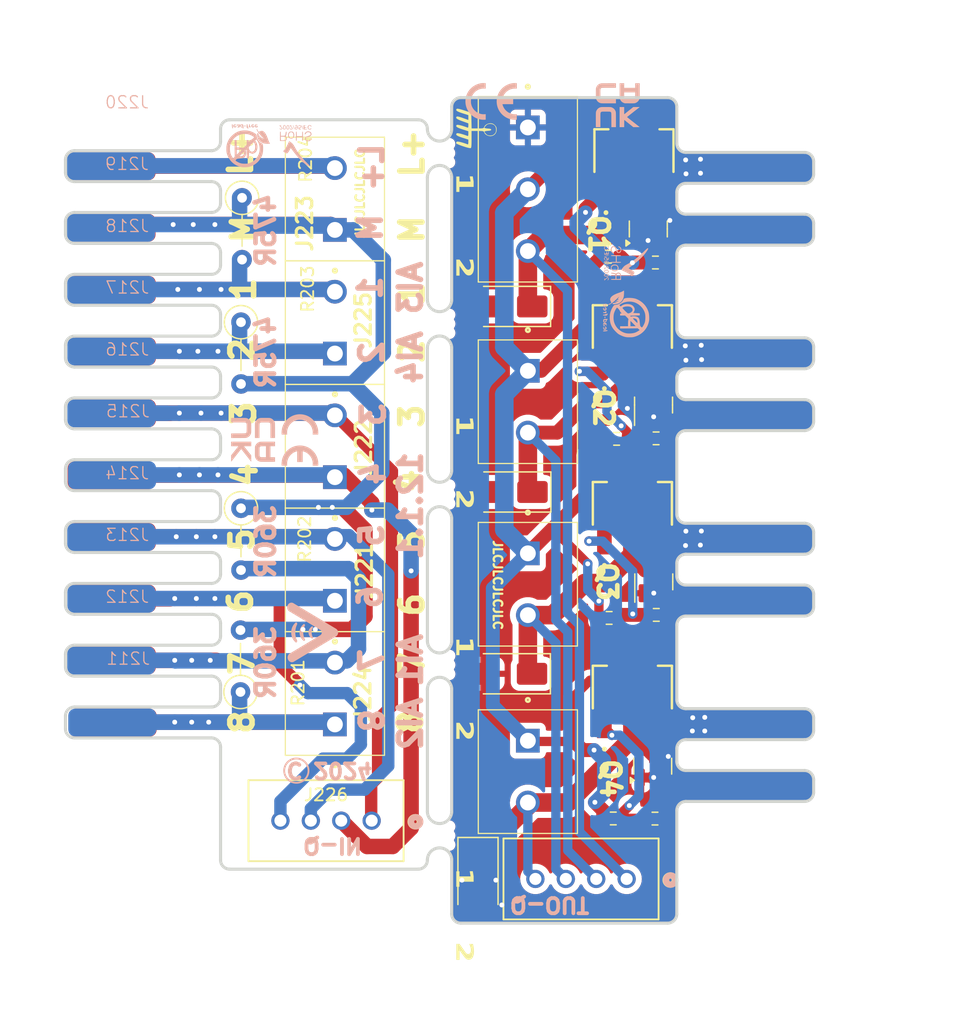
<source format=kicad_pcb>
(kicad_pcb (version 20221018) (generator pcbnew)
  (layers (0 "F.Cu" signal) (31 "B.Cu" signal) (34 "B.Paste" user) (35 "F.Paste" user) (36 "B.SilkS" user "B.Silkscreen") (37 "F.SilkS" user "F.Silkscreen") (38 "B.Mask" user) (39 "F.Mask" user) (44 "Edge.Cuts" user))
  (net 0 "")
  (net 1 "Net-(J306-Pin_1)")
  (net 2 "Net-(J302-Pin_1)")
  (net 3 "Net-(J304-Pin_1)")
  (net 4 "Net-(J201-Pin_1)")
  (net 5 "Net-(J202-Pin_1)")
  (net 6 "Net-(J203-Pin_1)")
  (net 7 "Net-(J204-Pin_1)")
  (net 8 "Net-(J205-Pin_1)")
  (net 9 "Net-(J206-Pin_1)")
  (net 10 "Net-(J207-Pin_1)")
  (net 11 "Net-(J208-Pin_1)")
  (net 12 "M")
  (net 13 "Net-(J210-Pin_1)")
  (net 14 "Net-(J314-Pin_1)")
  (net 15 "GNDPWR")
  (net 16 "Net-(D301-Pad1)")
  (net 17 "Net-(D302-Pad1)")
  (net 18 "Net-(D303-Pad1)")
  (net 19 "Net-(D307-Pad3)")
  (net 20 "Net-(J317-Pad1)")
  (net 21 "Net-(R3-Pad1)")
  (net 22 "Net-(R5-Pad1)")
  (net 23 "Net-(R7-Pad1)")
  (net 24 "Net-(R1-Pad1)")
  (footprint "Resistor_SMD:R_0603_1608Metric" (layer "F.Cu") (at 115.795 94.59 180)
    (fp_text reference "R3" hide)
    (fp_text value "6.2K")
  )
  (footprint "Resistor_SMD:R_0603_1608Metric" (layer "F.Cu") (at 115.52 125.79 180)
    (fp_text reference "R7" hide)
    (fp_text value "6.2K")
  )
  (footprint "PCB_Library:Conn_pin_PLC" (layer "F.Cu") (at 126.93175 72.655)
    (fp_text reference "J304" hide)
    (fp_text value "Conn_01x01_PAD")
  )
  (footprint "Package_TO_SOT_SMD:SOT-23" (layer "F.Cu") (at 118.4 77.3425 90)
    (fp_text reference "D307" hide)
    (fp_text value "BAT54C")
  )
  (footprint "Resistor_SMD:R_0603_1608Metric" (layer "F.Cu") (at 118.985 80.1)
    (fp_text reference "R2" hide)
    (fp_text value "6.2K")
  )
  (footprint "PCB_Library:1729128" (layer "F.Cu") (at 108.5 89 -90)
    (fp_text reference "J317" hide)
    (fp_text value " DB128L-5.08-2P-BK-S" hide)
  )
  (footprint "PCB_Library:Conn_pin_PLC" (layer "F.Cu") (at 126.94175 118.365)
    (fp_text reference "J302" hide)
    (fp_text value "Conn_01x01_PAD")
  )
  (footprint "PCB_Library:mouse-bite-2mm-slot" (layer "F.Cu") (at 101.3 85.14 90)
    (fp_text reference "mouse-bite-2mm-slot" hide)
    (fp_text value "VAL**" hide)
  )
  (footprint "PCB_Library:mouse-bite-2mm-slot" (layer "F.Cu") (at 101.3 127.2 90)
    (fp_text reference "mouse-bite-2mm-slot" hide)
    (fp_text value "VAL**" hide)
  )
  (footprint "PCB_Library:Conn_pin_PLC" (layer "F.Cu") (at 126.92175 72.655)
    (fp_text reference "J310" hide)
    (fp_text value "Conn_01x01_PAD")
  )
  (footprint "PCB_Library:SOT230P700X185-4N" (layer "F.Cu") (at 117.22 70.9 90)
    (fp_text reference "U1" hide)
    (fp_text value "DMP6023LE-13")
  )
  (footprint "Resistor_SMD:R_0603_1608Metric" (layer "F.Cu") (at 118.95 125.8)
    (fp_text reference "R8" hide)
    (fp_text value "6.2K")
  )
  (footprint "PCB_Library:Conn_pin_PLC" (layer "F.Cu") (at 72.97 67.432224)
    (fp_text reference "J210" hide)
    (fp_text value "Conn_01x01_PAD")
  )
  (footprint "PCB_Library:SOT230P700X185-4N" (layer "F.Cu") (at 117.09 99.89 90)
    (fp_text reference "U3" hide)
    (fp_text value "DMP6023LE-13")
  )
  (footprint "PCB_Library:Conn_pin_PLC" (layer "F.Cu") (at 72.97 72.49)
    (fp_text reference "J209" hide)
    (fp_text value "Conn_01x01_PAD")
  )
  (footprint "Resistor_SMD:R_0603_1608Metric" (layer "F.Cu") (at 115.18 109.31 180)
    (fp_text reference "R6" hide)
    (fp_text value "6.2K")
  )
  (footprint "Diode_SMD:D_SMA" (layer "F.Cu") (at 104.4 130.8625 -90)
    (fp_text reference "D303" hide)
    (fp_text value "SS34")
  )
  (footprint "PCB_Library:Conn_pin_PLC" (layer "F.Cu") (at 126.96175 103.115)
    (fp_text reference "J314" hide)
    (fp_text value "Conn_01x01_PAD")
  )
  (footprint "Package_TO_SOT_SMD:SOT-23" (layer "F.Cu") (at 118.85 106.3425 90)
    (fp_text reference "D306" hide)
    (fp_text value "BAT54C")
  )
  (footprint "PCB_Library:Conn_pin_PLC" (layer "F.Cu") (at 126.95175 82.805)
    (fp_text reference "J311" hide)
    (fp_text value "Conn_01x01_PAD")
  )
  (footprint "PCB_Library:SOT230P700X185-4N" (layer "F.Cu") (at 117.09 114.99 90)
    (fp_text reference "U4" hide)
    (fp_text value "DMP6023LE-13")
  )
  (footprint "PCB_Library:Conn_pin_PLC" (layer "F.Cu") (at 73 87.733334)
    (fp_text reference "J206" hide)
    (fp_text value "Conn_01x01_PAD")
  )
  (footprint "Resistor_SMD:R_0603_1608Metric" (layer "F.Cu") (at 119.055 109.06)
    (fp_text reference "R5" hide)
    (fp_text value "6.2K")
  )
  (footprint "PCB_Library:Conn_pin_PLC" (layer "F.Cu") (at 126.93175 87.875)
    (fp_text reference "J306" hide)
    (fp_text value "Conn_01x01_PAD")
  )
  (footprint "PCB_Library:Conn_pin_PLC" (layer "F.Cu") (at 126.96175 118.355)
    (fp_text reference "J308" hide)
    (fp_text value "Conn_01x01_PAD")
  )
  (footprint "PCB_Library:Conn_pin_PLC" (layer "F.Cu") (at 126.94175 113.275)
    (fp_text reference "J307" hide)
    (fp_text value "Conn_01x01_PAD")
  )
  (footprint "Diode_SMD:D_SMA" (layer "F.Cu") (at 106.84 113.9 180)
    (fp_text reference "D302" hide)
    (fp_text value "SS34")
  )
  (footprint "PCB_Library:Conn_pin_PLC" (layer "F.Cu") (at 126.93175 87.885)
    (fp_text reference "J312" hide)
    (fp_text value "Conn_01x01_PAD")
  )
  (footprint "PCB_Library:Conn_pin_PLC" (layer "F.Cu") (at 126.93175 103.115)
    (fp_text reference "J316" hide)
    (fp_text value "Conn_01x01_PAD")
  )
  (footprint "PCB_Library:Conn_pin_PLC" (layer "F.Cu") (at 72.99 108.044446)
    (fp_text reference "J202" hide)
    (fp_text value "Conn_01x01_PAD")
  )
  (footprint "PCB_Library:Conn_pin_PLC" (layer "F.Cu") (at 126.94175 67.575)
    (fp_text reference "J309" hide)
    (fp_text value "Conn_01x01_PAD")
  )
  (footprint "PCB_Library:SOT230P700X185-4N" (layer "F.Cu") (at 117.09 85.36 90)
    (fp_text reference "U2" hide)
    (fp_text value "DMP6023LE-13")
  )
  (footprint "Resistor_THT:R_Axial_DIN0207_L6.3mm_D2.5mm_P5.08mm_Vertical" (layer "F.Cu") (at 85.00825 74.782224 -90)
    (fp_text reference "R204")
    (fp_text value "475R")
  )
  (footprint "PCB_Library:1729128" (layer "F.Cu") (at 92.64 97.74 90)
    (fp_text reference "J222")
    (fp_text value "Dorabo-DB128L_5_08_2P_BKS" hide)
  )
  (footprint "PCB_Library:Conn_pin_PLC" (layer "F.Cu") (at 73 102.966668)
    (fp_text reference "J203" hide)
    (fp_text value "Conn_01x01_PAD")
  )
  (footprint "Resistor_THT:R_Axial_DIN0207_L6.3mm_D2.5mm_P5.08mm_Vertical" (layer "F.Cu") (at 84.91825 100.297224 -90)
    (fp_text reference "R202")
    (fp_text value "360R")
  )
  (footprint "PCB_Library:Conn_pin_PLC" (layer "F.Cu") (at 126.96175 82.795)
    (fp_text reference "J305" hide)
    (fp_text value "Conn_01x01_PAD")
  )
  (footprint "PCB_Library:Conn_pin_PLC" (layer "F.Cu") (at 126.94175 113.285)
    (fp_text reference "J301" hide)
    (fp_text value "Conn_01x01_PAD")
  )
  (footprint "PCB_Library:Conn_pin_PLC" (layer "F.Cu") (at 126.94175 98.035)
    (fp_text reference "J315" hide)
    (fp_text value "Conn_01x01_PAD")
  )
  (footprint "PCB_Library:Conn_pin_PLC" (layer "F.Cu") (at 72.99 77.587778)
    (fp_text reference "J208" hide)
    (fp_text value "Conn_01x01_PAD")
  )
  (footprint "PCB_Library:1729128" (layer "F.Cu") (at 92.64 118.06 90)
    (fp_text reference "J224")
    (fp_text value "Dorabo-DB128L_5_08_2P_BKS" hide)
  )
  (footprint "PCB_Library:1729128" (layer "F.Cu") (at 108.5 104 -90)
    (fp_text reference "J320" hide)
    (fp_text value "DB128L-5.08-2P-BK-S" hide)
  )
  (footprint "Diode_SMD:D_SMA" (layer "F.Cu") (at 106.88 98.96 180)
    (fp_text reference "D301" hide)
    (fp_text value "SS34")
  )
  (footprint "Resistor_THT:R_Axial_DIN0207_L6.3mm_D2.5mm_P5.08mm_Vertical" (layer "F.Cu") (at 84.87825 115.392224 90)
    (fp_text reference "R201")
    (fp_text value "360R")
  )
  (footprint "PCB_Library:CONN_B04B-XASK-1_JST" (layer "F.Cu") (at 95.66 125.97)
    (fp_text reference "J226")
    (fp_text value "B04B-XASK-1")
  )
  (footprint "PCB_Library:Conn_pin_PLC" (layer "F.Cu") (at 73.06175 113.165)
    (fp_text reference "J201" hide)
    (fp_text value "Conn_01x01_PAD")
  )
  (footprint "Resistor_SMD:R_0603_1608Metric" (layer "F.Cu") (at 119.04 94.55)
    (fp_text reference "R4" hide)
    (fp_text value "6.2K")
  )
  (footprint "Package_TO_SOT_SMD:SOT-23" (layer "F.Cu") (at 118.83 91.8125 90)
    (fp_text reference "D308" hide)
    (fp_text value "BAT54C")
  )
  (footprint "PCB_Library:XY128V-A-5.08-3P" (layer "F.Cu") (at 108.5 69 -90)
    (fp_text reference "J318" hide)
    (fp_text value "DB128L-5.08-3P-BK-S" hide)
  )
  (footprint "Package_TO_SOT_SMD:SOT-23" (layer "F.Cu") (at 118.76 121.4925 90)
    (fp_text reference "D305" hide)
    (fp_text value "BAT54C")
  )
  (footprint "PCB_Library:mouse-bite-2mm-slot" (layer "F.Cu") (at 101.3 99.16 90)
    (fp_text reference "mouse-bite-2mm-slot" hide)
    (fp_text value "VAL**" hide)
  )
  (footprint "Diode_SMD:D_SMA" (layer "F.Cu") (at 106.86 83.71 180)
    (fp_text reference "D309" hide)
    (fp_text value "SS34")
  )
  (footprint "PCB_Library:Conn_pin_PLC" (layer "F.Cu") (at 126.92175 67.575)
    (fp_text reference "J303" hide)
    (fp_text value "Conn_01x01_PAD")
  )
  (footprint "PCB_Library:mouse-bite-2mm-slot" (layer "F.Cu") (at 101.3 113.17 90)
    (fp_text reference "mouse-bite-2mm-slot" hide)
    (fp_text value "VAL**" hide)
  )
  (footprint "Resistor_THT:R_Axial_DIN0207_L6.3mm_D2.5mm_P5.08mm_Vertical" (layer "F.Cu") (at 84.91825 85.002224 -90)
    (fp_text reference "R203")
    (fp_text value "475R")
  )
  (footprint "Resistor_SMD:R_0603_1608Metric" (layer "F.Cu") (at 115.12 79.62 180)
    (fp_text reference "R1" hide)
    (fp_text value "6.2K")
  )
  (footprint "PCB_Library:Conn_pin_PLC" (layer "F.Cu") (at 126.94175 98.045)
    (fp_text reference "J313" hide)
    (fp_text value "Conn_01x01_PAD")
  )
  (footprint "PCB_Library:Conn_pin_PLC" (layer "F.Cu") (at 72.99 97.89889)
    (fp_text reference "J204" hide)
    (fp_text value "Conn_01x01_PAD")
  )
  (footprint "PCB_Library:Conn_pin_PLC" (layer "F.Cu") (at 73 82.645556)
    (fp_text reference "J207" hide)
    (fp_text value "Conn_01x01_PAD")
  )
  (footprint "PCB_Library:Conn_pin_PLC" (layer "F.Cu") (at 72.97175 92.835)
    (fp_text reference "J205" hide)
    (fp_text value "Conn_01x01_PAD")
  )
  (footprint "PCB_Library:1729128" (layer "F.Cu") (at 92.64 107.9 90)
    (fp_text reference "J221")
    (fp_text value "Dorabo-DB128L_5_08_2P_BKS" hide)
  )
  (footprint "PCB_Library:1729128" (layer "F.Cu") (at 92.64 77.42 90)
    (fp_text reference "J223")
    (fp_text value "Dorabo-DB128L_5_08_2P_BKS" hide)
  )
  (footprint "PCB_Library:1729128" (layer "F.Cu") (at 92.64 87.58 90)
    (fp_text reference "J225")
    (fp_text value "Dorabo-DB128L_5_08_2P_BKS" hide)
  )
  (footprint "PCB_Library:mouse-bite-2mm-slot" (layer "F.Cu") (at 101.29 71.11 90)
    (fp_text reference "mouse-bite-2mm-slot" hide)
    (fp_text value "VAL**" hide)
  )
  (footprint "PCB_Library:1729128" (layer "F.Cu") (at 108.5 119.4 -90)
    (fp_text reference "J319" hide)
    (fp_text value "DB128L-5.08-2P-BK-S" hide)
  )
  (footprint "PCB_Library:CONN_B04B-XASK-1_JST" (layer "F.Cu") (at 116.62 130.76)
    (fp_text reference "J321" hide)
    (fp_text value "B04B-XASK-1")
  )
  (footprint "PCB_Library:Conn_pin_PLC" (layer "B.Cu") (at 75.5665 108.062224 180)
    (fp_text reference "J212")
    (fp_text value "Conn_01x01_PAD")
  )
  (footprint "PCB_Library:Conn_pin_PLC" (layer "B.Cu") (at 75.5765 87.742224 180)
    (fp_text reference "J216")
    (fp_text value "Conn_01x01_PAD")
  )
  (footprint "PCB_Library:Conn_pin_PLC" (layer "B.Cu") (at 75.5765 102.982224 180)
    (fp_text reference "J213")
    (fp_text value "Conn_01x01_PAD")
  )
  (footprint "PCB_Library:Conn_pin_PLC" (layer "B.Cu") (at 75.5765 82.652224 180)
    (fp_text reference "J217")
    (fp_text value "Conn_01x01_PAD")
  )
  (footprint "LOGO" (layer "B.Cu") (at 89.91 95.01 -90)
    (fp_text reference "G***" hide)
    (fp_text value "LOGO" hide)
  )
  (footprint "LOGO" (layer "B.Cu") (at 115.92825 67.132404)
    (fp_text reference "G***" hide)
    (fp_text value "LOGO" hide)
  )
  (footprint "LOGO" (layer "B.Cu") (at 105.806877 66.713145)
    (fp_text reference "G***" hide)
    (fp_text value "LOGO" hide)
  )
  (footprint "LOGO" (layer "B.Cu") (at 116.57825 82.495 90)
    (fp_text reference "G***" hide)
    (fp_text value "LOGO" hide)
  )
  (footprint "PCB_Library:Conn_pin_PLC" (layer "B.Cu") (at 75.5465 72.492224 180)
    (fp_text reference "J219")
    (fp_text value "Conn_01x01_PAD")
  )
  (footprint "PCB_Library:Conn_pin_PLC" (layer "B.Cu") (at 75.64825 113.152224 180)
    (fp_text reference "J211")
    (fp_text value "Conn_01x01_PAD")
  )
  (footprint "PCB_Library:Conn_pin_PLC" (layer "B.Cu") (at 75.5665 97.912224 180)
    (fp_text reference "J214")
    (fp_text value "Conn_01x01_PAD")
  )
  (footprint "LOGO" (layer "B.Cu") (at 85.95 94.71 -90)
    (fp_text reference "G***" hide)
    (fp_text value "LOGO" hide)
  )
  (footprint "PCB_Library:Conn_pin_PLC" (layer "B.Cu") (at 75.62825 92.825 180)
    (fp_text reference "J215")
    (fp_text value "Conn_01x01_PAD")
  )
  (footprint "LOGO" (layer "B.Cu") (at 87.21825 70.503224)
    (fp_text reference "G***" hide)
    (fp_text value "LOGO" hide)
  )
  (footprint "PCB_Library:Conn_pin_PLC" (layer "B.Cu") (at 75.5665 77.592224 180)
    (fp_text reference "J218")
    (fp_text value "Conn_01x01_PAD")
  )
  (footprint "PCB_Library:Conn_pin_PLC" (layer "B.Cu") (at 75.5465 67.432224 180)
    (fp_text reference "J220")
    (fp_text value "Conn_01x01_PAD")
  )
  (gr_poly (pts (xy 89.04697 110.443566) (xy 89.051492 110.384771) (xy 89.058926 110.327087) (xy 89.069189 110.270596) (xy 89.082199 110.215377) (xy 89.097872 110.161513) (xy 89.116125 110.109084) (xy 89.136875 110.058171) (xy 89.160039 110.008856) (xy 89.185533 109.96122) (xy 89.213275 109.915344) (xy 89.243182 109.871308) (xy 89.275169 109.829195) (xy 89.309155 109.789084) (xy 89.345056 109.751058) (xy 89.382789 109.715197) (xy 89.382789 109.714006) (xy 89.389322 109.708168) (xy 89.396059 109.702274) (xy 89.409776 109.690392) (xy 89.41008 109.690165) (xy 89.41039 109.689945) (xy 89.410705 109.689734) (xy 89.411025 109.689531) (xy 89.41135 109.689337) (xy 89.411681 109.689151) (xy 89.412016 109.688973) (xy 89.412356 109.688804) (xy 89.414402 109.687706) (xy 89.416477 109.68667) (xy 89.418578 109.685696) (xy 89.420705 109.684785) (xy 89.422856 109.683937) (xy 89.425028 109.683152) (xy 89.427222 109.682431) (xy 89.429436 109.681775) (xy 89.431667 109.681183) (xy 89.433916 109.680656) (xy 89.436179 109.680195) (xy 89.438457 109.679799) (xy 89.440747 109.67947) (xy 89.443048 109.679207) (xy 89.445359 109.679011) (xy 89.447678 109.678883) (xy 89.45197 109.679003) (xy 89.456213 109.67936) (xy 89.460403 109.679948) (xy 89.464534 109.680763) (xy 89.468603 109.681799) (xy 89.472606 109.683052) (xy 89.476538 109.684515) (xy 89.480395 109.686185) (xy 89.484173 109.688055) (xy 89.487868 109.690121) (xy 89.491475 109.692378) (xy 89.494991 109.69482) (xy 89.498411 109.697443) (xy 89.50173 109.700241) (xy 89.504946 109.703209) (xy 89.508052 109.706342) (xy 89.511046 109.709635) (xy 89.513923 109.713082) (xy 89.516679 109.71668) (xy 89.519309 109.720421) (xy 89.52181 109.724302) (xy 89.524176 109.728318) (xy 89.526405 109.732462) (xy 89.528491 109.736731) (xy 89.530431 109.741118) (xy 89.53222 109.745619) (xy 89.533855 109.750229) (xy 89.53533 109.754942) (xy 89.536641 109.759754) (xy 89.537786 109.764659) (xy 89.538758 109.769652) (xy 89.539554 109.774728) (xy 89.540096 109.777449) (xy 89.540561 109.780183) (xy 89.54095 109.782927) (xy 89.541262 109.785681) (xy 89.541497 109.788442) (xy 89.541654 109.791209) (xy 89.541734 109.793981) (xy 89.541737 109.796755) (xy 89.541737 109.800128) (xy 89.541697 109.802249) (xy 89.541611 109.804368) (xy 89.54148 109.806484) (xy 89.541304 109.808596) (xy 89.541083 109.810704) (xy 89.540817 109.812807) (xy 89.540506 109.814904) (xy 89.54015 109.816995) (xy 89.540127 109.817849) (xy 89.540063 109.818699) (xy 89.539963 109.819544) (xy 89.53983 109.820388) (xy 89.539671 109.821228) (xy 89.53949 109.822067) (xy 89.539083 109.823742) (xy 89.538224 109.827097) (xy 89.538029 109.82794) (xy 89.537852 109.828786) (xy 89.537697 109.829636) (xy 89.53757 109.830489) (xy 89.534593 109.840014) (xy 89.534226 109.841185) (xy 89.533836 109.842348) (xy 89.533423 109.843502) (xy 89.532987 109.844649) (xy 89.532529 109.845786) (xy 89.532049 109.846914) (xy 89.531546 109.848033) (xy 89.531021 109.849142) (xy 89.529681 109.85156) (xy 89.528375 109.853996) (xy 89.527106 109.856451) (xy 89.525872 109.858923) (xy 89.524674 109.861413) (xy 89.523512 109.863921) (xy 89.522387 109.866445) (xy 89.521298 109.868986) (xy 89.520848 109.869872) (xy 89.520378 109.870746) (xy 89.519887 109.871609) (xy 89.519376 109.872459) (xy 89.518844 109.873297) (xy 89.518293 109.874122) (xy 89.517722 109.874934) (xy 89.517131 109.875733) (xy 89.515776 109.877653) (xy 89.514389 109.879549) (xy 89.512971 109.881422) (xy 89.511522 109.883271) (xy 89.510043 109.885095) (xy 89.508533 109.886895) (xy 89.506993 109.888669) (xy 89.505423 109.890418) (xy 89.506291 109.889628) (xy 89.507146 109.888826) (xy 89.507989 109.888011) (xy 89.508819 109.887183) (xy 89.509636 109.886343) (xy 89.51044 109.885491) (xy 89.51123 109.884627) (xy 89.512007 109.88375) (xy 89.512771 109.882862) (xy 89.513521 109.881963) (xy 89.514257 109.881051) (xy 89.514979 109.880129) (xy 89.515687 109.879195) (xy 89.516381 109.87825) (xy 89.517061 109.877294) (xy 89.517726 109.876328) (xy 89.502389 109.90918) (xy 89.487871 109.943048) (xy 89.474195 109.977893) (xy 89.461385 110.013681) (xy 89.449465 110.050374) (xy 89.438458 110.087937) (xy 89.428387 110.126333) (xy 89.419276 110.165526) (xy 89.411149 110.205479) (xy 89.40403 110.246156) (xy 89.397941 110.287521) (xy 89.392906 110.329538) (xy 89.388949 110.372169) (xy 89.386093 110.415379) (xy 89.384363 110.459132) (xy 89.383781 110.503391) (xy 89.384393 110.548548) (xy 89.386211 110.593208) (xy 89.389211 110.637329) (xy 89.393365 110.680868) (xy 89.398648 110.723784) (xy 89.405034 110.766035) (xy 89.412498 110.807579) (xy 89.421013 110.848374) (xy 89.430553 110.888379) (xy 89.441093 110.927551) (xy 89.452607 110.965848) (xy 89.465069 111.00323) (xy 89.478453 111.039653) (xy 89.492733 111.075077) (xy 89.507883 111.109458) (xy 89.523878 111.142756) (xy 89.524277 111.143341) (xy 89.524665 111.143933) (xy 89.525042 111.144532) (xy 89.525407 111.145138) (xy 89.525759 111.14575) (xy 89.526101 111.146369) (xy 89.52643 111.146994) (xy 89.526747 111.147626) (xy 89.527052 111.148263) (xy 89.527344 111.148906) (xy 89.527625 111.149555) (xy 89.527893 111.150209) (xy 89.528148 111.150869) (xy 89.528391 111.151533) (xy 89.528621 111.152202) (xy 89.528839 111.152876) (xy 89.53042 111.156284) (xy 89.531901 111.15973) (xy 89.53328 111.163213) (xy 89.534557 111.166731) (xy 89.535732 111.170281) (xy 89.536803 111.173862) (xy 89.537771 111.17747) (xy 89.538635 111.181103) (xy 89.539394 111.18476) (xy 89.540048 111.188438) (xy 89.540596 111.192135) (xy 89.541039 111.195848) (xy 89.541375 111.199575) (xy 89.541603 111.203315) (xy 89.541724 111.207064) (xy 89.541737 111.21082) (xy 89.541617 111.21681) (xy 89.541259 111.222719) (xy 89.54067 111.228541) (xy 89.539855 111.234268) (xy 89.537573 111.245408) (xy 89.53446 111.256083) (xy 89.530562 111.266234) (xy 89.525925 111.275805) (xy 89.520598 111.284737) (xy 89.514626 111.292973) (xy 89.511412 111.296813) (xy 89.508056 111.300456) (xy 89.504561 111.303897) (xy 89.500935 111.307128) (xy 89.497183 111.310142) (xy 89.493311 111.312932) (xy 89.489324 111.31549) (xy 89.485229 111.317809) (xy 89.481031 111.319882) (xy 89.476737 111.321703) (xy 89.472351 111.323263) (xy 89.467881 111.324555) (xy 89.463331 111.325573) (xy 89.458708 111.326309) (xy 89.454017 111.326756) (xy 89.449265 111.326906) (xy 89.446391 111.32681) (xy 89.443529 111.32661) (xy 89.440681 111.326307) (xy 89.437851 111.325903) (xy 89.43504 111.325397) (xy 89.432253 111.324792) (xy 89.42949 111.324087) (xy 89.426756 111.323284) (xy 89.424052 111.322383) (xy 89.421381 111.321385) (xy 89.418746 111.320292) (xy 89.41615 111.319103) (xy 89.413595 111.31782) (xy 89.411084 111.316443) (xy 89.40862 111.314974) (xy 89.406204 111.313412) (xy 89.403897 111.31146) (xy 89.401591 111.309475) (xy 89.396977 111.305425) (xy 89.392363 111.301302) (xy 89.38775 111.297141) (xy 89.349569 111.261217) (xy 89.313219 111.223014) (xy 89.278788 111.18263) (xy 89.246363 111.140161) (xy 89.21603 111.095705) (xy 89.187878 111.049359) (xy 89.161993 111.001221) (xy 89.138462 110.951388) (xy 89.117374 110.899957) (xy 89.098814 110.847027) (xy 89.08287 110.792693) (xy 89.069629 110.737054) (xy 89.059179 110.680207) (xy 89.051607 110.622249) (xy 89.047 110.563278) (xy 89.045445 110.503391)) (fill solid) (layer "B.SilkS"))
  (gr_line (start 91.602709 110.326384) (end 91.578103 110.310113) (stroke (width 0.00496)) (layer "B.SilkS"))
  (gr_poly (pts (xy 88.715642 108.437657) (xy 88.716103 108.417872) (xy 88.717472 108.398347) (xy 88.719726 108.379105) (xy 88.722841 108.360171) (xy 88.726797 108.341568) (xy 88.731569 108.323321) (xy 88.737135 108.305454) (xy 88.743473 108.287991) (xy 88.750559 108.270957) (xy 88.758372 108.254376) (xy 88.766888 108.238271) (xy 88.776085 108.222667) (xy 88.78594 108.207589) (xy 88.79643 108.19306) (xy 88.807533 108.179105) (xy 88.819226 108.165748) (xy 88.831487 108.153012) (xy 88.844292 108.140923) (xy 88.85762 108.129505) (xy 88.871446 108.118781) (xy 88.88575 108.108776) (xy 88.900507 108.099514) (xy 88.915696 108.091019) (xy 88.931294 108.083315) (xy 88.947277 108.076428) (xy 88.963624 108.07038) (xy 88.980312 108.065196) (xy 88.997318 108.0609) (xy 89.014619 108.057517) (xy 89.032192 108.055071) (xy 89.050016 108.053585) (xy 89.068067 108.053085) (xy 89.076802 108.053188) (xy 89.085519 108.053526) (xy 89.094215 108.054096) (xy 89.102885 108.054899) (xy 89.111524 108.055932) (xy 89.120127 108.057196) (xy 89.128691 108.058688) (xy 89.13721 108.060408) (xy 89.14568 108.062355) (xy 89.154096 108.064529) (xy 89.162454 108.066927) (xy 89.170749 108.069549) (xy 89.178977 108.072394) (xy 89.187133 108.075461) (xy 89.195212 108.07875) (xy 89.20321 108.082258) (xy 89.269282 108.121942) (xy 92.525245 110.075361) (xy 92.708601 110.185891) (xy 92.744518 110.207322) (xy 92.747098 110.208909) (xy 92.765044 110.222516) (xy 92.782028 110.237084) (xy 92.798022 110.252559) (xy 92.813001 110.268889) (xy 92.826936 110.286023) (xy 92.839802 110.303908) (xy 92.85157 110.32249) (xy 92.862214 110.341719) (xy 92.871708 110.361541) (xy 92.880022 110.381905) (xy 92.887132 110.402757) (xy 92.89301 110.424046) (xy 92.897629 110.445719) (xy 92.900961 110.467724) (xy 92.90298 110.490008) (xy 92.903659 110.512519) (xy 92.90298 110.53503) (xy 92.900961 110.557314) (xy 92.897629 110.579318) (xy 92.89301 110.600991) (xy 92.887132 110.62228) (xy 92.880022 110.643133) (xy 92.871708 110.663496) (xy 92.862214 110.683318) (xy 92.85157 110.702547) (xy 92.839802 110.72113) (xy 92.826936 110.739014) (xy 92.813001 110.756148) (xy 92.798022 110.772478) (xy 92.782028 110.787954) (xy 92.765044 110.802521) (xy 92.747098 110.816128) (xy 92.74676 110.816329) (xy 92.746427 110.816536) (xy 92.746098 110.81675) (xy 92.745773 110.81697) (xy 92.745452 110.817196) (xy 92.745136 110.817429) (xy 92.744825 110.817669) (xy 92.744518 110.817914) (xy 92.708601 110.839345) (xy 92.524848 110.949676) (xy 89.300834 112.884244) (xy 89.245867 112.917383) (xy 89.237521 112.921322) (xy 89.22908 112.925018) (xy 89.220547 112.92847) (xy 89.211929 112.931676) (xy 89.20323 112.934635) (xy 89.194457 112.937345) (xy 89.185614 112.939806) (xy 89.176707 112.942017) (xy 89.167741 112.943975) (xy 89.158722 112.94568) (xy 89.149655 112.947131) (xy 89.140545 112.948325) (xy 89.131398 112.949263) (xy 89.122218 112.949943) (xy 89.113013 112.950363) (xy 89.103786 112.950522) (xy 89.085629 112.95002) (xy 89.067713 112.948531) (xy 89.050057 112.946079) (xy 89.032686 112.942687) (xy 89.01562 112.938381) (xy 88.998883 112.933185) (xy 88.982495 112.927122) (xy 88.966479 112.920217) (xy 88.950858 112.912494) (xy 88.935652 112.903977) (xy 88.920886 112.89469) (xy 88.906579 112.884658) (xy 88.892755 112.873905) (xy 88.879436 112.862455) (xy 88.866643 112.850333) (xy 88.854399 112.837561) (xy 88.842726 112.824165) (xy 88.831646 112.81017) (xy 88.821182 112.795598) (xy 88.811354 112.780474) (xy 88.802185 112.764823) (xy 88.793698 112.748668) (xy 88.785915 112.732034) (xy 88.778857 112.714945) (xy 88.772546 112.697426) (xy 88.767005 112.6795) (xy 88.762256 112.661191) (xy 88.758321 112.642524) (xy 88.755222 112.623524) (xy 88.752981 112.604213) (xy 88.751621 112.584617) (xy 88.751162 112.564759) (xy 88.751533 112.542501) (xy 88.753133 112.52042) (xy 88.75594 112.498562) (xy 88.759934 112.476973) (xy 88.765093 112.455698) (xy 88.771398 112.434782) (xy 88.778827 112.414271) (xy 88.78736 112.394211) (xy 88.796975 112.374646) (xy 88.807652 112.355622) (xy 88.81937 112.337186) (xy 88.832108 112.319381) (xy 88.845846 112.302255) (xy 88.860562 112.285851) (xy 88.876236 112.270216) (xy 88.892846 112.255395) (xy 88.893839 112.255395) (xy 88.977976 112.204198) (xy 91.415186 110.741714) (xy 91.42159 110.738827) (xy 91.427889 110.735732) (xy 91.434079 110.73243) (xy 91.440154 110.728926) (xy 91.446109 110.725222) (xy 91.45194 110.721321) (xy 91.457641 110.717226) (xy 91.463207 110.712941) (xy 91.473952 110.703621) (xy 91.484121 110.693783) (xy 91.493699 110.683454) (xy 91.502674 110.672661) (xy 91.511032 110.661432) (xy 91.518759 110.649795) (xy 91.525842 110.637777) (xy 91.532269 110.625405) (xy 91.538024 110.612708) (xy 91.543096 110.599712) (xy 91.54747 110.586446) (xy 91.551134 110.572936) (xy 91.554074 110.559211) (xy 91.556276 110.545297) (xy 91.557727 110.531223) (xy 91.558414 110.517016) (xy 91.558326 110.502792) (xy 91.557468 110.48867) (xy 91.555854 110.474676) (xy 91.553495 110.460839) (xy 91.550403 110.447187) (xy 91.546592 110.433748) (xy 91.542072 110.42055) (xy 91.536856 110.407622) (xy 91.530956 110.394991) (xy 91.524385 110.382685) (xy 91.517155 110.370733) (xy 91.509278 110.359162) (xy 91.500765 110.348001) (xy 91.491631 110.337277) (xy 91.481885 110.32702) (xy 91.471542 110.317256) (xy 91.443562 110.299199) (xy 91.420345 110.284117) (xy 91.416441 110.282334) (xy 91.412482 110.28057) (xy 91.408485 110.278843) (xy 91.40447 110.277172) (xy 88.920826 108.787105) (xy 88.908916 108.780472) (xy 88.8973 108.77346) (xy 88.885986 108.766081) (xy 88.874979 108.758344) (xy 88.864284 108.750259) (xy 88.853909 108.741837) (xy 88.843858 108.733087) (xy 88.834139 108.72402) (xy 88.824756 108.714646) (xy 88.815716 108.704975) (xy 88.807025 108.695017) (xy 88.798689 108.684783) (xy 88.790713 108.674283) (xy 88.783104 108.663526) (xy 88.775868 108.652523) (xy 88.76901 108.641284) (xy 88.762537 108.629819) (xy 88.756454 108.618138) (xy 88.750768 108.606252) (xy 88.745484 108.594171) (xy 88.740609 108.581905) (xy 88.736148 108.569463) (xy 88.732108 108.556857) (xy 88.728493 108.544096) (xy 88.725311 108.53119) (xy 88.722568 108.51815) (xy 88.720268 108.504986) (xy 88.718419 108.491708) (xy 88.717025 108.478325) (xy 88.716094 108.464849) (xy 88.715631 108.45129)) (fill solid) (layer "B.SilkS"))
  (gr_poly (pts (xy 90.470386 110.465765) (xy 90.473798 110.429939) (xy 90.479404 110.394775) (xy 90.48714 110.360324) (xy 90.496939 110.326638) (xy 90.508737 110.293769) (xy 90.522468 110.261769) (xy 90.538067 110.230688) (xy 90.555468 110.20058) (xy 90.574605 110.171496) (xy 90.595414 110.143487) (xy 90.617829 110.116605) (xy 90.641785 110.090903) (xy 90.667216 110.066431) (xy 90.694057 110.043242) (xy 90.722242 110.021387) (xy 90.742085 110.006901) (xy 90.74407 110.006901) (xy 90.745669 110.006182) (xy 90.747283 110.005501) (xy 90.748911 110.00486) (xy 90.750553 110.004258) (xy 90.752208 110.003695) (xy 90.753875 110.003171) (xy 90.755553 110.002688) (xy 90.757243 110.002244) (xy 90.758942 110.001841) (xy 90.76065 110.001477) (xy 90.762368 110.001155) (xy 90.764093 110.000872) (xy 90.765825 110.000631) (xy 90.767563 110.00043) (xy 90.769308 110.000271) (xy 90.771057 110.000153) (xy 90.77425 110.000224) (xy 90.777409 110.000436) (xy 90.780533 110.000787) (xy 90.783618 110.001274) (xy 90.78666 110.001894) (xy 90.789656 110.002644) (xy 90.792602 110.003521) (xy 90.795496 110.004523) (xy 90.798334 110.005646) (xy 90.801112 110.006888) (xy 90.803827 110.008246) (xy 90.806475 110.009717) (xy 90.809054 110.011299) (xy 90.81156 110.012987) (xy 90.81399 110.014781) (xy 90.81634 110.016675) (xy 90.818606 110.018669) (xy 90.820786 110.020759) (xy 90.822875 110.022941) (xy 90.824872 110.025215) (xy 90.826771 110.027575) (xy 90.828571 110.03002) (xy 90.830267 110.032547) (xy 90.831856 110.035152) (xy 90.833334 110.037834) (xy 90.834699 110.040588) (xy 90.835947 110.043414) (xy 90.837075 110.046306) (xy 90.838078 110.049263) (xy 90.838954 110.052282) (xy 90.8397 110.05536) (xy 90.840312 110.058494) (xy 90.840654 110.060159) (xy 90.840948 110.061833) (xy 90.841194 110.063514) (xy 90.841392 110.065201) (xy 90.841542 110.066893) (xy 90.841643 110.068588) (xy 90.841697 110.070287) (xy 90.841701 110.071988) (xy 90.841701 110.073178) (xy 90.841797 110.074466) (xy 90.841866 110.075756) (xy 90.841908 110.077047) (xy 90.841921 110.078338) (xy 90.841908 110.079629) (xy 90.841866 110.080919) (xy 90.841797 110.082209) (xy 90.841701 110.083497) (xy 90.841399 110.0845) (xy 90.841113 110.085508) (xy 90.840841 110.086519) (xy 90.840585 110.087535) (xy 90.840345 110.088554) (xy 90.84012 110.089577) (xy 90.839911 110.090603) (xy 90.839717 110.091633) (xy 90.837335 110.097586) (xy 90.837079 110.09831) (xy 90.836804 110.099026) (xy 90.836509 110.099734) (xy 90.836196 110.100434) (xy 90.835864 110.101125) (xy 90.835513 110.101807) (xy 90.835143 110.10248) (xy 90.834756 110.103142) (xy 90.83374 110.104557) (xy 90.832771 110.105973) (xy 90.83184 110.107394) (xy 90.830936 110.108823) (xy 90.829175 110.111709) (xy 90.827414 110.114652) (xy 90.827059 110.115203) (xy 90.826691 110.115747) (xy 90.826312 110.116281) (xy 90.82592 110.116807) (xy 90.825517 110.117324) (xy 90.825102 110.117832) (xy 90.824676 110.11833) (xy 90.824238 110.118819) (xy 90.823214 110.119999) (xy 90.82217 110.121161) (xy 90.821106 110.122305) (xy 90.820023 110.123432) (xy 90.818922 110.124539) (xy 90.817802 110.125628) (xy 90.816664 110.126698) (xy 90.815507 110.127749) (xy 90.816143 110.12729) (xy 90.81677 110.12682) (xy 90.81739 110.12634) (xy 90.818001 110.12585) (xy 90.818603 110.12535) (xy 90.819197 110.124839) (xy 90.819782 110.124319) (xy 90.820358 110.12379) (xy 90.820926 110.12325) (xy 90.821484 110.122702) (xy 90.822033 110.122143) (xy 90.822572 110.121576) (xy 90.823103 110.120999) (xy 90.823623 110.120414) (xy 90.824134 110.119819) (xy 90.824635 110.119216) (xy 90.800829 110.164843) (xy 90.780242 110.211572) (xy 90.762871 110.259242) (xy 90.748718 110.307694) (xy 90.737779 110.356766) (xy 90.730056 110.4063) (xy 90.725546 110.456134) (xy 90.724248 110.506108) (xy 90.726162 110.556063) (xy 90.731286 110.605837) (xy 90.73962 110.655272) (xy 90.751162 110.704206) (xy 90.765912 110.752479) (xy 90.783869 110.799932) (xy 90.805031 110.846403) (xy 90.829398 110.891733) (xy 90.829953 110.892448) (xy 90.830485 110.893179) (xy 90.830994 110.893927) (xy 90.831478 110.89469) (xy 90.831938 110.895467) (xy 90.832373 110.89626) (xy 90.832783 110.897066) (xy 90.833168 110.897885) (xy 90.83432 110.899919) (xy 90.835401 110.901988) (xy 90.836409 110.904088) (xy 90.837344 110.906218) (xy 90.838206 110.908375) (xy 90.838994 110.910559) (xy 90.839707 110.912767) (xy 90.840346 110.914997) (xy 90.840909 110.917248) (xy 90.841396 110.919516) (xy 90.841806 110.921801) (xy 90.84214 110.924101) (xy 90.842396 110.926413) (xy 90.842574 110.928736) (xy 90.842673 110.931067) (xy 90.842693 110.933405) (xy 90.842646 110.936886) (xy 90.842428 110.940345) (xy 90.842041 110.943777) (xy 90.841486 110.947175) (xy 90.840767 110.950534) (xy 90.839886 110.953848) (xy 90.838845 110.957111) (xy 90.837647 110.960318) (xy 90.836293 110.963463) (xy 90.834787 110.966539) (xy 90.83313 110.969541) (xy 90.831325 110.972464) (xy 90.829374 110.975301) (xy 90.827279 110.978046) (xy 90.825044 110.980695) (xy 90.822669 110.98324) (xy 90.820171 110.985665) (xy 90.817567 110.987953) (xy 90.814864 110.990101) (xy 90.812066 110.992108) (xy 90.809179 110.993971) (xy 90.806211 110.995687) (xy 90.803165 110.997254) (xy 90.800048 110.998669) (xy 90.796865 110.999931) (xy 90.793623 111.001036) (xy 90.790327 111.001983) (xy 90.786983 111.002768) (xy 90.783597 111.003389) (xy 90.780174 111.003845) (xy 90.776719 111.004132) (xy 90.77324 111.004247) (xy 90.771135 111.004201) (xy 90.769036 111.00409) (xy 90.766944 111.003914) (xy 90.764862 111.003673) (xy 90.762789 111.003369) (xy 90.760729 111.003001) (xy 90.758682 111.002571) (xy 90.756649 111.002077) (xy 90.754633 111.001521) (xy 90.752634 111.000903) (xy 90.750654 111.000223) (xy 90.748695 110.999482) (xy 90.746758 110.99868) (xy 90.744844 110.997818) (xy 90.742956 110.996895) (xy 90.741093 110.995913) (xy 90.739373 110.99477) (xy 90.737639 110.993581) (xy 90.735896 110.992355) (xy 90.734148 110.991101) (xy 90.730657 110.988546) (xy 90.727203 110.985991) (xy 90.698504 110.96407) (xy 90.671166 110.940762) (xy 90.645257 110.916126) (xy 90.620843 110.890223) (xy 90.597994 110.863112) (xy 90.576776 110.834853) (xy 90.557257 110.805504) (xy 90.539506 110.775126) (xy 90.523589 110.743779) (xy 90.509574 110.711521) (xy 90.49753 110.678413) (xy 90.487524 110.644514) (xy 90.479624 110.609884) (xy 90.473897 110.574582) (xy 90.471869 110.556697) (xy 90.470411 110.538667) (xy 90.46953 110.520499) (xy 90.469234 110.5022)) (fill solid) (layer "B.SilkS"))
  (gr_poly (pts (xy 89.731751 110.458256) (xy 89.735482 110.410675) (xy 89.741769 110.363577) (xy 89.750566 110.317055) (xy 89.761831 110.271205) (xy 89.77552 110.226121) (xy 89.791591 110.181898) (xy 89.81 110.13863) (xy 89.830703 110.096412) (xy 89.853658 110.055339) (xy 89.878821 110.015505) (xy 89.906149 109.977004) (xy 89.935598 109.939931) (xy 89.967126 109.904381) (xy 90.000688 109.870449) (xy 90.036243 109.838229) (xy 90.042264 109.833286) (xy 90.048397 109.828307) (xy 90.054605 109.823327) (xy 90.060849 109.818385) (xy 90.060966 109.818271) (xy 90.061086 109.81816) (xy 90.061209 109.818053) (xy 90.061335 109.817949) (xy 90.061463 109.817849) (xy 90.061595 109.817753) (xy 90.061728 109.81766) (xy 90.061864 109.81757) (xy 90.062003 109.817485) (xy 90.062143 109.817403) (xy 90.062286 109.817325) (xy 90.062431 109.817252) (xy 90.062579 109.817182) (xy 90.062728 109.817116) (xy 90.062879 109.817054) (xy 90.063032 109.816996) (xy 90.064966 109.816005) (xy 90.066923 109.815069) (xy 90.068903 109.814188) (xy 90.070904 109.813362) (xy 90.072926 109.812592) (xy 90.074967 109.811877) (xy 90.077026 109.811218) (xy 90.079102 109.810616) (xy 90.081193 109.810071) (xy 90.083299 109.809582) (xy 90.085418 109.809151) (xy 90.087549 109.808778) (xy 90.089691 109.808462) (xy 90.091843 109.808205) (xy 90.094003 109.808007) (xy 90.096171 109.807867) (xy 90.100266 109.808207) (xy 90.104307 109.808728) (xy 90.10829 109.809427) (xy 90.11221 109.810299) (xy 90.116064 109.81134) (xy 90.119848 109.812546) (xy 90.123556 109.813913) (xy 90.127186 109.815438) (xy 90.130732 109.817115) (xy 90.134191 109.818941) (xy 90.137559 109.820913) (xy 90.14083 109.823025) (xy 90.144002 109.825274) (xy 90.14707 109.827656) (xy 90.150029 109.830167) (xy 90.152876 109.832802) (xy 90.155606 109.835558) (xy 90.158215 109.838431) (xy 90.1607 109.841416) (xy 90.163055 109.84451) (xy 90.165276 109.847709) (xy 90.167361 109.851008) (xy 90.169303 109.854403) (xy 90.171099 109.857891) (xy 90.172745 109.861466) (xy 90.174237 109.865127) (xy 90.175571 109.868867) (xy 90.176741 109.872684) (xy 90.177745 109.876573) (xy 90.178578 109.88053) (xy 90.179236 109.884551) (xy 90.179714 109.888631) (xy 90.180169 109.890936) (xy 90.180558 109.893251) (xy 90.180881 109.895575) (xy 90.181138 109.897907) (xy 90.181328 109.900246) (xy 90.181452 109.902589) (xy 90.181509 109.904936) (xy 90.181499 109.907285) (xy 90.181499 109.910063) (xy 90.181488 109.911861) (xy 90.181429 109.913658) (xy 90.181325 109.915452) (xy 90.181174 109.917242) (xy 90.180977 109.919028) (xy 90.180734 109.920809) (xy 90.180445 109.922583) (xy 90.18011 109.92435) (xy 90.179751 109.92575) (xy 90.179408 109.927155) (xy 90.179084 109.928563) (xy 90.178777 109.929976) (xy 90.178488 109.931392) (xy 90.178217 109.932812) (xy 90.177964 109.934235) (xy 90.177729 109.935662) (xy 90.177709 109.936213) (xy 90.17765 109.936752) (xy 90.177558 109.93728) (xy 90.177435 109.937798) (xy 90.177285 109.938308) (xy 90.177112 109.938811) (xy 90.17692 109.939309) (xy 90.176712 109.939804) (xy 90.176266 109.940787) (xy 90.175804 109.941773) (xy 90.175355 109.942772) (xy 90.175146 109.943281) (xy 90.174951 109.943797) (xy 90.174661 109.944782) (xy 90.17434 109.945756) (xy 90.173988 109.946719) (xy 90.173606 109.94767) (xy 90.173193 109.948608) (xy 90.17275 109.949532) (xy 90.172278 109.950443) (xy 90.171776 109.951338) (xy 90.170603 109.95334) (xy 90.169463 109.955332) (xy 90.16835 109.957324) (xy 90.167261 109.959325) (xy 90.166191 109.961345) (xy 90.165134 109.963393) (xy 90.164087 109.965479) (xy 90.163045 109.96761) (xy 90.162618 109.968334) (xy 90.162179 109.96905) (xy 90.161727 109.969758) (xy 90.161261 109.970457) (xy 90.160783 109.971148) (xy 90.160293 109.97183) (xy 90.15979 109.972503) (xy 90.159274 109.973166) (xy 90.158041 109.974817) (xy 90.156776 109.976444) (xy 90.155481 109.978046) (xy 90.154156 109.979622) (xy 90.1528 109.981173) (xy 90.151415 109.982698) (xy 90.150001 109.984196) (xy 90.148559 109.985668) (xy 90.150096 109.984325) (xy 90.151593 109.982938) (xy 90.153049 109.981509) (xy 90.154462 109.980039) (xy 90.155832 109.978528) (xy 90.157157 109.976978) (xy 90.158437 109.975389) (xy 90.159671 109.973762) (xy 90.144761 110.004725) (xy 90.130804 110.03607) (xy 90.117803 110.067775) (xy 90.105765 110.099818) (xy 90.094695 110.132176) (xy 90.084597 110.164827) (xy 90.075477 110.197749) (xy 90.067339 110.230921) (xy 90.060189 110.264319) (xy 90.054033 110.297921) (xy 90.048874 110.331707) (xy 90.044718 110.365653) (xy 90.04157 110.399737) (xy 90.039436 110.433937) (xy 90.03832 110.468231) (xy 90.038227 110.502597) (xy 90.038338 110.537701) (xy 90.039519 110.572728) (xy 90.041763 110.607654) (xy 90.045066 110.642456) (xy 90.049422 110.677109) (xy 90.054825 110.71159) (xy 90.061269 110.745876) (xy 90.06875 110.779943) (xy 90.077261 110.813767) (xy 90.086798 110.847324) (xy 90.097353 110.880592) (xy 90.108923 110.913546) (xy 90.1215 110.946162) (xy 90.135081 110.978418) (xy 90.149658 111.010289) (xy 90.165227 111.041752) (xy 90.165605 111.042237) (xy 90.165972 111.042729) (xy 90.166329 111.043228) (xy 90.166676 111.043735) (xy 90.167012 111.044247) (xy 90.167338 111.044767) (xy 90.167652 111.045293) (xy 90.167956 111.045825) (xy 90.16825 111.046363) (xy 90.168532 111.046907) (xy 90.168803 111.047456) (xy 90.169063 111.048012) (xy 90.169312 111.048572) (xy 90.169549 111.049138) (xy 90.169775 111.049709) (xy 90.16999 111.050285) (xy 90.171386 111.053152) (xy 90.172695 111.056054) (xy 90.173915 111.05899) (xy 90.175046 111.061958) (xy 90.176087 111.064956) (xy 90.177038 111.067981) (xy 90.177899 111.071031) (xy 90.17867 111.074105) (xy 90.179348 111.077201) (xy 90.179935 111.080316) (xy 90.180429 111.083448) (xy 90.180831 111.086596) (xy 90.181139 111.089757) (xy 90.181354 111.092929) (xy 90.181474 111.096111) (xy 90.181499 111.099299) (xy 90.18139 111.104346) (xy 90.181067 111.109325) (xy 90.180534 111.114231) (xy 90.179797 111.119056) (xy 90.178861 111.123796) (xy 90.177732 111.128444) (xy 90.176414 111.132994) (xy 90.174914 111.137439) (xy 90.173235 111.141775) (xy 90.171384 111.145994) (xy 90.169365 111.150091) (xy 90.167184 111.15406) (xy 90.164846 111.157894) (xy 90.162356 111.161588) (xy 90.15972 111.165135) (xy 90.156943 111.168529) (xy 90.154029 111.171765) (xy 90.150985 111.174836) (xy 90.147815 111.177736) (xy 90.144525 111.180459) (xy 90.141119 111.182999) (xy 90.137604 111.18535) (xy 90.133984 111.187506) (xy 90.130265 111.189461) (xy 90.126452 111.191209) (xy 90.122549 111.192743) (xy 90.118563 111.194058) (xy 90.114499 111.195147) (xy 90.110361 111.196005) (xy 90.106155 111.196625) (xy 90.101886 111.197002) (xy 90.09756 111.197129) (xy 90.094931 111.197082) (xy 90.092311 111.196943) (xy 90.089701 111.196711) (xy 90.087106 111.196388) (xy 90.084526 111.195974) (xy 90.081965 111.19547) (xy 90.079425 111.194877) (xy 90.076907 111.194195) (xy 90.074415 111.193425) (xy 90.071951 111.192567) (xy 90.069517 111.191623) (xy 90.067115 111.190593) (xy 90.064749 111.189477) (xy 90.062419 111.188277) (xy 90.060129 111.186992) (xy 90.057881 111.185625) (xy 90.057873 111.185619) (xy 90.053705 111.182308) (xy 90.049538 111.178922) (xy 90.045371 111.175462) (xy 90.041204 111.171927) (xy 90.005411 111.139972) (xy 89.971597 111.106291) (xy 89.939806 111.070976) (xy 89.910081 111.034124) (xy 89.882468 110.995828) (xy 89.857009 110.956182) (xy 89.833749 110.91528) (xy 89.812733 110.873217) (xy 89.794002 110.830087) (xy 89.777603 110.785985) (xy 89.763578 110.741004) (xy 89.751973 110.695239) (xy 89.74283 110.648785) (xy 89.736193 110.601734) (xy 89.732107 110.554183) (xy 89.730616 110.506224)) (fill solid) (layer "B.SilkS"))
  (gr_circle (center 89.47 121.86) (end 89.47 120.86) (stroke (width 0.15)) (fill none) (layer "B.SilkS"))
  (gr_poly (pts (xy 105.93565 69.212805) (xy 105.933729 69.240399) (xy 105.930559 69.267502) (xy 105.926168 69.294087) (xy 105.920584 69.320125) (xy 105.913833 69.345589) (xy 105.905943 69.37045) (xy 105.89694 69.39468) (xy 105.886852 69.418252) (xy 105.875706 69.441136) (xy 105.863529 69.463305) (xy 105.850349 69.484732) (xy 105.836191 69.505386) (xy 105.821084 69.525242) (xy 105.805055 69.54427) (xy 105.78813 69.562443) (xy 105.770337 69.579731) (xy 105.751703 69.596108) (xy 105.732256 69.611546) (xy 105.712021 69.626015) (xy 105.691027 69.639488) (xy 105.6693 69.651937) (xy 105.646868 69.663334) (xy 105.623758 69.67365) (xy 105.599996 69.682858) (xy 105.575611 69.69093) (xy 105.550629 69.697836) (xy 105.525077 69.70355) (xy 105.498982 69.708043) (xy 105.472372 69.711287) (xy 105.445273 69.713255) (xy 105.417714 69.713916) (xy 105.396372 69.713501) (xy 105.375033 69.712269) (xy 105.353731 69.710241) (xy 105.332499 69.707436) (xy 105.311372 69.703876) (xy 105.290384 69.69958) (xy 105.269568 69.694569) (xy 105.248959 69.688864) (xy 105.22859 69.682484) (xy 105.208495 69.67545) (xy 105.188708 69.667782) (xy 105.169264 69.659501) (xy 105.150195 69.650627) (xy 105.131536 69.641181) (xy 105.113321 69.631182) (xy 105.095583 69.620651) (xy 105.078358 69.609608) (xy 105.061677 69.598075) (xy 105.045576 69.58607) (xy 105.030089 69.573615) (xy 105.015248 69.56073) (xy 105.001089 69.547434) (xy 104.987645 69.53375) (xy 104.97495 69.519696) (xy 104.963038 69.505293) (xy 104.951942 69.490562) (xy 104.941698 69.475523) (xy 104.932337 69.460195) (xy 104.923896 69.444601) (xy 104.916407 69.428759) (xy 104.909904 69.412691) (xy 104.904422 69.396416) (xy 104.898129 69.379531) (xy 104.89079 69.364522) (xy 104.881854 69.35128) (xy 104.87077 69.339696) (xy 104.856989 69.329663) (xy 104.839961 69.321072) (xy 104.819134 69.313814) (xy 104.793958 69.307781) (xy 104.763884 69.302864) (xy 104.72836 69.298955) (xy 104.686837 69.295945) (xy 104.638764 69.293725) (xy 104.520766 69.291224) (xy 104.369964 69.290583) (xy 103.872547 69.290583) (xy 103.872547 69.9785) (xy 103.872355 70.077914) (xy 103.871751 70.16808) (xy 103.870698 70.249425) (xy 103.869157 70.322375) (xy 103.867089 70.387357) (xy 103.864454 70.444797) (xy 103.861216 70.495121) (xy 103.857333 70.538755) (xy 103.855139 70.558197) (xy 103.852769 70.576126) (xy 103.850219 70.592596) (xy 103.847484 70.60766) (xy 103.844559 70.621372) (xy 103.841439 70.633784) (xy 103.83812 70.64495) (xy 103.834596 70.654924) (xy 103.830863 70.663758) (xy 103.826915 70.671505) (xy 103.822749 70.67822) (xy 103.818359 70.683955) (xy 103.81374 70.688764) (xy 103.808888 70.6927) (xy 103.803797 70.695817) (xy 103.798464 70.698166) (xy 103.785857 70.701008) (xy 103.768118 70.701675) (xy 103.718665 70.696968) (xy 103.652949 70.685004) (xy 103.573816 70.666747) (xy 103.484109 70.643157) (xy 103.386675 70.615195) (xy 103.18 70.55) (xy 102.97655 70.478852) (xy 102.799083 70.40944) (xy 102.727205 70.377788) (xy 102.670357 70.349454) (xy 102.631384 70.325398) (xy 102.619489 70.315276) (xy 102.61313 70.306583) (xy 102.611395 70.2994) (xy 102.610164 70.291783) (xy 102.609445 70.283794) (xy 102.609244 70.275495) (xy 102.609571 70.266947) (xy 102.610433 70.258214) (xy 102.611837 70.249357) (xy 102.613792 70.240437) (xy 102.616305 70.231518) (xy 102.619383 70.222661) (xy 102.623035 70.213927) (xy 102.627269 70.20538) (xy 102.632092 70.197081) (xy 102.637511 70.189092) (xy 102.643536 70.181474) (xy 102.646777 70.177825) (xy 102.650172 70.174291) (xy 102.66382 70.16603) (xy 102.684692 70.161031) (xy 102.712447 70.159211) (xy 102.746745 70.160483) (xy 102.787244 70.164764) (xy 102.833603 70.171966) (xy 102.942537 70.194797) (xy 103.070818 70.228293) (xy 103.215719 70.271774) (xy 103.37451 70.324556) (xy 103.544464 70.385958) (xy 103.552153 70.388995) (xy 103.555812 70.389814) (xy 103.559347 70.390165) (xy 103.562757 70.390046) (xy 103.566044 70.389458) (xy 103.569206 70.388399) (xy 103.572245 70.386868) (xy 103.575159 70.384864) (xy 103.57795 70.382386) (xy 103.583159 70.376005) (xy 103.587872 70.367718) (xy 103.592089 70.357515) (xy 103.595809 70.345391) (xy 103.599034 70.331336) (xy 103.601762 70.315344) (xy 103.603995 70.297405) (xy 103.605731 70.277514) (xy 103.606971 70.255661) (xy 103.607716 70.23184) (xy 103.607964 70.206041) (xy 103.607964 69.999667) (xy 103.126422 69.846208) (xy 103.041311 69.818157) (xy 102.964447 69.791462) (xy 102.92905 69.778582) (xy 102.895645 69.765992) (xy 102.864209 69.753675) (xy 102.834719 69.741615) (xy 102.807151 69.729795) (xy 102.781482 69.718199) (xy 102.757689 69.706811) (xy 102.735748 69.695613) (xy 102.715637 69.684589) (xy 102.697332 69.673724) (xy 102.68081 69.663) (xy 102.666047 69.652401) (xy 102.653021 69.64191) (xy 102.641707 69.631512) (xy 102.632084 69.621189) (xy 102.624127 69.610925) (xy 102.617814 69.600704) (xy 102.61312 69.590509) (xy 102.610023 69.580324) (xy 102.6085 69.570132) (xy 102.608527 69.559917) (xy 102.610082 69.549662) (xy 102.613139 69.539351) (xy 102.617678 69.528967) (xy 102.623674 69.518494) (xy 102.631103 69.507915) (xy 102.639944 69.497214) (xy 102.650172 69.486375) (xy 102.66382 69.478113) (xy 102.684692 69.473115) (xy 102.712447 69.471294) (xy 102.746745 69.472567) (xy 102.787244 69.476847) (xy 102.833603 69.484049) (xy 102.942537 69.50688) (xy 103.070818 69.540377) (xy 103.215719 69.583857) (xy 103.37451 69.63664) (xy 103.544464 69.698042) (xy 103.552153 69.701079) (xy 103.555812 69.701897) (xy 103.559347 69.702248) (xy 103.562757 69.70213) (xy 103.566044 69.701541) (xy 103.569206 69.700482) (xy 103.572245 69.698951) (xy 103.575159 69.696947) (xy 103.57795 69.694469) (xy 103.583159 69.688089) (xy 103.587872 69.679801) (xy 103.592089 69.669599) (xy 103.595809 69.657474) (xy 103.599034 69.64342) (xy 103.601762 69.627427) (xy 103.603995 69.609489) (xy 103.605731 69.589597) (xy 103.606971 69.567745) (xy 103.607716 69.543923) (xy 103.607964 69.518125) (xy 103.607964 69.31175) (xy 103.126422 69.158292) (xy 103.041311 69.13024) (xy 102.964447 69.103546) (xy 102.92905 69.090666) (xy 102.895645 69.078075) (xy 102.864209 69.065759) (xy 102.834719 69.053698) (xy 102.807151 69.041879) (xy 102.781482 69.030283) (xy 102.757689 69.018894) (xy 102.735748 69.007696) (xy 102.715637 68.996673) (xy 102.697332 68.985807) (xy 102.68081 68.975083) (xy 102.666047 68.964484) (xy 102.653021 68.953994) (xy 102.641707 68.943595) (xy 102.632084 68.933272) (xy 102.624127 68.923009) (xy 102.617814 68.912788) (xy 102.61312 68.902593) (xy 102.610023 68.892407) (xy 102.6085 68.882215) (xy 102.608527 68.872) (xy 102.610082 68.861745) (xy 102.613139 68.851434) (xy 102.617678 68.84105) (xy 102.623674 68.830577) (xy 102.631103 68.819998) (xy 102.639944 68.809298) (xy 102.650172 68.798458) (xy 102.663819 68.790196) (xy 102.684682 68.785198) (xy 102.712412 68.783378) (xy 102.746662 68.78465) (xy 102.787082 68.78893) (xy 102.833324 68.796133) (xy 102.941875 68.818963) (xy 103.069526 68.85246) (xy 103.213487 68.895941) (xy 103.370965 68.948723) (xy 103.539172 69.010125) (xy 103.547793 69.013225) (xy 103.551873 69.014125) (xy 103.555801 69.01459) (xy 103.559579 69.014621) (xy 103.563205 69.014218) (xy 103.566683 69.01338) (xy 103.570012 69.012109) (xy 103.573195 69.010404) (xy 103.57623 69.008265) (xy 103.579121 69.005691) (xy 103.581867 69.002683) (xy 103.58447 68.999242) (xy 103.58693 68.995366) (xy 103.591427 68.986312) (xy 103.595366 68.975522) (xy 103.598755 68.962996) (xy 103.601601 68.948733) (xy 103.603912 68.932734) (xy 103.605696 68.914999) (xy 103.606961 68.895527) (xy 103.607714 68.874319) (xy 103.607964 68.851375) (xy 103.607964 68.666167) (xy 103.126422 68.491542) (xy 103.042182 68.460638) (xy 102.965956 68.431339) (xy 102.897576 68.403512) (xy 102.866274 68.39011) (xy 102.836869 68.377027) (xy 102.80934 68.364246) (xy 102.783665 68.35175) (xy 102.759824 68.339525) (xy 102.737795 68.327552) (xy 102.717556 68.315815) (xy 102.699086 68.304299) (xy 102.682365 68.292985) (xy 102.66737 68.281859) (xy 102.65408 68.270904) (xy 102.642475 68.260102) (xy 102.632532 68.249438) (xy 102.62423 68.238896) (xy 102.617549 68.228457) (xy 102.612466 68.218107) (xy 102.608961 68.207829) (xy 102.607012 68.197606) (xy 102.606598 68.187422) (xy 102.607697 68.17726) (xy 102.610288 68.167104) (xy 102.61435 68.156937) (xy 102.619862 68.146743) (xy 102.626801 68.136505) (xy 102.635148 68.126208) (xy 102.64488 68.115833) (xy 102.654017 68.108767) (xy 102.665634 68.103452) (xy 102.679855 68.099904) (xy 102.696805 68.098139) (xy 102.716607 68.098173) (xy 102.739386 68.10002) (xy 102.765266 68.103697) (xy 102.79437 68.109219) (xy 102.826823 68.116601) (xy 102.862748 68.125859) (xy 102.945513 68.150064) (xy 103.043657 68.181958) (xy 103.158172 68.221667) (xy 103.607964 68.385708) (xy 103.607964 67.988833) (xy 103.126422 67.835375) (xy 103.041311 67.807324) (xy 102.964447 67.780629) (xy 102.92905 67.767749) (xy 102.895645 67.755159) (xy 102.864209 67.742842) (xy 102.834719 67.730782) (xy 102.807151 67.718962) (xy 102.781482 67.707366) (xy 102.757689 67.695977) (xy 102.735748 67.68478) (xy 102.715637 67.673756) (xy 102.697332 67.662891) (xy 102.68081 67.652167) (xy 102.666047 67.641568) (xy 102.653021 67.631077) (xy 102.641707 67.620679) (xy 102.632084 67.610356) (xy 102.624127 67.600092) (xy 102.617814 67.589871) (xy 102.61312 67.579676) (xy 102.610023 67.569491) (xy 102.6085 67.559299) (xy 102.608527 67.549084) (xy 102.610082 67.538828) (xy 102.613139 67.528517) (xy 102.617678 67.518133) (xy 102.623674 67.50766) (xy 102.631103 67.497082) (xy 102.639944 67.486381) (xy 102.650172 67.475542) (xy 102.659511 67.46848) (xy 102.671804 67.463201) (xy 102.687275 67.459752) (xy 102.706148 67.458178) (xy 102.728649 67.458527) (xy 102.755003 67.460845) (xy 102.785434 67.465178) (xy 102.820167 67.471573) (xy 102.903438 67.490735) (xy 103.006615 67.518702) (xy 103.131497 67.555847) (xy 103.27988 67.602542) (xy 103.846089 67.78775) (xy 103.861964 68.433333) (xy 103.877838 69.078917) (xy 104.375255 69.078917) (xy 104.454101 69.078774) (xy 104.524311 69.078276) (xy 104.586428 69.077312) (xy 104.640996 69.075775) (xy 104.665618 69.074757) (xy 104.688557 69.073555) (xy 104.709879 69.072156) (xy 104.729652 69.070545) (xy 104.747945 69.06871) (xy 104.764826 69.066636) (xy 104.780361 69.06431) (xy 104.79462 69.061719) (xy 104.807669 69.058848) (xy 104.819577 69.055685) (xy 104.830411 69.052216) (xy 104.84024 69.048427) (xy 104.84913 69.044305) (xy 104.857151 69.039836) (xy 104.864369 69.035007) (xy 104.870853 69.029803) (xy 104.87667 69.024212) (xy 104.881888 69.01822) (xy 104.886576 69.011813) (xy 104.8908 69.004978) (xy 104.894629 68.997701) (xy 104.89813 68.989968) (xy 104.901372 68.981767) (xy 104.904422 68.973083) (xy 104.909904 68.956809) (xy 104.916407 68.94074) (xy 104.923896 68.924899) (xy 104.932337 68.909304) (xy 104.951942 68.878938) (xy 104.97495 68.849804) (xy 105.001089 68.822065) (xy 105.030089 68.795885) (xy 105.061677 68.771425) (xy 105.095583 68.748849) (xy 105.131536 68.728319) (xy 105.169264 68.709998) (xy 105.208495 68.69405) (xy 105.248959 68.680636) (xy 105.290384 68.66992) (xy 105.332499 68.662063) (xy 105.375033 68.65723) (xy 105.40713 68.655992) (xy 105.40713 68.7085) (xy 105.378153 68.708881) (xy 105.350679 68.710061) (xy 105.3246 68.712093) (xy 105.299809 68.715032) (xy 105.276195 68.718932) (xy 105.253651 68.723848) (xy 105.232069 68.729833) (xy 105.211339 68.736943) (xy 105.191353 68.74523) (xy 105.172002 68.75475) (xy 105.153179 68.765557) (xy 105.134775 68.777705) (xy 105.11668 68.791248) (xy 105.098787 68.806241) (xy 105.080987 68.822737) (xy 105.063172 68.840791) (xy 105.049478 68.853858) (xy 105.036217 68.867188) (xy 105.023453 68.880673) (xy 105.011247 68.894204) (xy 104.999662 68.907674) (xy 104.988758 68.920973) (xy 104.978598 68.933993) (xy 104.969245 68.946625) (xy 104.96076 68.958761) (xy 104.953204 68.970293) (xy 104.946642 68.981111) (xy 104.941133 68.991108) (xy 104.93674 69.000175) (xy 104.933526 69.008203) (xy 104.93238 69.011793) (xy 104.931552 69.015083) (xy 104.931049 69.018059) (xy 104.93088 69.020708) (xy 104.931249 69.023203) (xy 104.932344 69.025725) (xy 104.936637 69.030826) (xy 104.943612 69.035975) (xy 104.953122 69.041131) (xy 104.965019 69.046256) (xy 104.979156 69.051311) (xy 104.995387 69.056258) (xy 105.013563 69.061057) (xy 105.033537 69.065671) (xy 105.055162 69.070059) (xy 105.102777 69.078007) (xy 105.155228 69.084591) (xy 105.211339 69.0895) (xy 105.247566 69.091674) (xy 105.280895 69.094244) (xy 105.296497 69.095684) (xy 105.311402 69.097232) (xy 105.325622 69.09889) (xy 105.339165 69.100662) (xy 105.352042 69.10255) (xy 105.364262 69.104557) (xy 105.375835 69.106686) (xy 105.38677 69.108941) (xy 105.397077 69.111323) (xy 105.406766 69.113836) (xy 105.415846 69.116482) (xy 105.424328 69.119265) (xy 105.432221 69.122188) (xy 105.439534 69.125253) (xy 105.446277 69.128464) (xy 105.452461 69.131823) (xy 105.458094 69.135333) (xy 105.463186 69.138997) (xy 105.467748 69.142818) (xy 105.471788 69.146799) (xy 105.475316 69.150942) (xy 105.478343 69.155252) (xy 105.480877 69.15973) (xy 105.482929 69.164379) (xy 105.484508 69.169203) (xy 105.485624 69.174204) (xy 105.486287 69.179385) (xy 105.486505 69.18475) (xy 105.485624 69.195296) (xy 105.482929 69.205121) (xy 105.478343 69.214248) (xy 105.471788 69.222701) (xy 105.463186 69.230503) (xy 105.452461 69.237677) (xy 105.439534 69.244246) (xy 105.424328 69.250234) (xy 105.406766 69.255664) (xy 105.38677 69.260559) (xy 105.364262 69.264943) (xy 105.339165 69.268838) (xy 105.311402 69.272268) (xy 105.280895 69.275256) (xy 105.247566 69.277826) (xy 105.211339 69.28) (xy 105.1829 69.282226) (xy 105.155228 69.284909) (xy 105.128472 69.288011) (xy 105.102777 69.291493) (xy 105.078291 69.295315) (xy 105.055162 69.299441) (xy 105.033537 69.303829) (xy 105.013563 69.308443) (xy 104.995387 69.313242) (xy 104.979156 69.318189) (xy 104.965019 69.323244) (xy 104.953122 69.328369) (xy 104.948059 69.330946) (xy 104.943612 69.333525) (xy 104.939798 69.336103) (xy 104.936637 69.338673) (xy 104.934146 69.341232) (xy 104.932344 69.343775) (xy 104.931249 69.346296) (xy 104.93088 69.348792) (xy 104.931552 69.354417) (xy 104.933526 69.361297) (xy 104.93674 69.369325) (xy 104.941133 69.378392) (xy 104.946642 69.388389) (xy 104.953204 69.399207) (xy 104.96076 69.410739) (xy 104.969245 69.422875) (xy 104.978598 69.435507) (xy 104.988758 69.448527) (xy 104.999662 69.461826) (xy 105.011247 69.475295) (xy 105.023453 69.488827) (xy 105.036217 69.502312) (xy 105.049478 69.515642) (xy 105.063172 69.528708) (xy 105.080987 69.546763) (xy 105.098787 69.563259) (xy 105.11668 69.578252) (xy 105.134775 69.591795) (xy 105.153179 69.603943) (xy 105.172002 69.614749) (xy 105.191353 69.62427) (xy 105.211339 69.632557) (xy 105.232069 69.639667) (xy 105.253651 69.645652) (xy 105.276195 69.650568) (xy 105.299809 69.654468) (xy 105.3246 69.657407) (xy 105.350679 69.659439) (xy 105.378153 69.660619) (xy 105.40713 69.661) (xy 105.436108 69.660619) (xy 105.463582 69.659439) (xy 105.48966 69.657407) (xy 105.514452 69.654468) (xy 105.538065 69.650568) (xy 105.560609 69.645652) (xy 105.582192 69.639667) (xy 105.602922 69.632557) (xy 105.622908 69.62427) (xy 105.642258 69.614749) (xy 105.661081 69.603943) (xy 105.679486 69.591795) (xy 105.69758 69.578252) (xy 105.715473 69.563259) (xy 105.733273 69.546763) (xy 105.751089 69.528708) (xy 105.769143 69.510893) (xy 105.785639 69.493093) (xy 105.800632 69.4752) (xy 105.814175 69.457105) (xy 105.826323 69.438701) (xy 105.83713 69.419878) (xy 105.84665 69.400527) (xy 105.854938 69.380542) (xy 105.862047 69.359812) (xy 105.868032 69.338229) (xy 105.872948 69.315685) (xy 105.876848 69.292071) (xy 105.879787 69.26728) (xy 105.88182 69.241201) (xy 105.882999 69.213727) (xy 105.88338 69.18475) (xy 105.882855 69.157312) (xy 105.881287 69.130567) (xy 105.878689 69.104528) (xy 105.875071 69.079206) (xy 105.870445 69.054612) (xy 105.864823 69.030759) (xy 105.858217 69.007658) (xy 105.850638 68.98532) (xy 105.842098 68.963758) (xy 105.832608 68.942982) (xy 105.82218 68.923004) (xy 105.810827 68.903837) (xy 105.798558 68.885491) (xy 105.785386 68.867979) (xy 105.771323 68.851311) (xy 105.75638 68.8355) (xy 105.740569 68.820557) (xy 105.723902 68.806494) (xy 105.706389 68.793322) (xy 105.688043 68.781054) (xy 105.668876 68.7697) (xy 105.648898 68.759272) (xy 105.628123 68.749782) (xy 105.60656 68.741242) (xy 105.584222 68.733663) (xy 105.561121 68.727057) (xy 105.537268 68.721435) (xy 105.512674 68.71681) (xy 105.487352 68.713192) (xy 105.461313 68.710593) (xy 105.434568 68.709025) (xy 105.40713 68.7085) (xy 105.40713 68.655992) (xy 105.417714 68.655583) (xy 105.446638 68.656028) (xy 105.473989 68.657402) (xy 105.499929 68.659769) (xy 105.524622 68.66319) (xy 105.548229 68.667727) (xy 105.570914 68.673443) (xy 105.592839 68.680398) (xy 105.614167 68.688656) (xy 105.635061 68.698278) (xy 105.655684 68.709327) (xy 105.676198 68.721863) (xy 105.696766 68.73595) (xy 105.717552 68.75165) (xy 105.738717 68.769023) (xy 105.760425 68.788133) (xy 105.782839 68.809042) (xy 105.804619 68.831399) (xy 105.824376 68.852967) (xy 105.842195 68.873945) (xy 105.858162 68.894535) (xy 105.872362 68.914939) (xy 105.884879 68.935359) (xy 105.895799 68.955996) (xy 105.905208 68.977052) (xy 105.913191 68.998728) (xy 105.919833 69.021225) (xy 105.925219 69.044745) (xy 105.929434 69.069491) (xy 105.932565 69.095662) (xy 105.934695 69.123462) (xy 105.935911 69.15309) (xy 105.936297 69.18475)) (fill solid) (layer "F.SilkS"))
  (gr_line (start 71.24 75.99) (end 82.49 75.99) (stroke (width 0.25)) (layer "Edge.Cuts"))
  (gr_line (start 100.24 115.187503) (end 100.24 125.207503) (stroke (width 0.25)) (layer "Edge.Cuts"))
  (gr_arc (start 131.24 91.37051) (mid 131.770327 91.590181) (end 131.99 92.12051) (stroke (width 0.25)) (layer "Edge.Cuts"))
  (gr_line (start 70.49 77.78) (end 70.49 76.74) (stroke (width 0.25)) (layer "Edge.Cuts"))
  (gr_line (start 82.49 119.17) (end 71.24 119.17) (stroke (width 0.25)) (layer "Edge.Cuts"))
  (gr_line (start 71.24 86.15) (end 82.49 86.15) (stroke (width 0.25)) (layer "Edge.Cuts"))
  (gr_line (start 102.24 125.207503) (end 102.24 115.187503) (stroke (width 0.25)) (layer "Edge.Cuts"))
  (gr_line (start 70.49 113.34) (end 70.49 112.3) (stroke (width 0.25)) (layer "Edge.Cuts"))
  (gr_line (start 131.24 109.15051) (end 121.49 109.15051) (stroke (width 0.25)) (layer "Edge.Cuts"))
  (gr_line (start 100.24 73.12) (end 100.24 83.14) (stroke (width 0.25)) (layer "Edge.Cuts"))
  (gr_arc (start 71.24 114.09) (mid 70.70967 113.87033) (end 70.49 113.34) (stroke (width 0.25)) (layer "Edge.Cuts"))
  (gr_arc (start 131.24 121.85051) (mid 131.770327 122.070181) (end 131.99 122.60051) (stroke (width 0.25)) (layer "Edge.Cuts"))
  (gr_arc (start 71.24 88.69) (mid 70.70967 88.47033) (end 70.49 87.94) (stroke (width 0.25)) (layer "Edge.Cuts"))
  (gr_arc (start 121.49 71.05051) (mid 120.959666 70.830841) (end 120.74 70.30051) (stroke (width 0.25)) (layer "Edge.Cuts"))
  (gr_arc (start 83.24 70.16) (mid 83.02033 70.69033) (end 82.49 70.91) (stroke (width 0.25)) (layer "Edge.Cuts"))
  (gr_line (start 82.49 93.77) (end 71.24 93.77) (stroke (width 0.25)) (layer "Edge.Cuts"))
  (gr_line (start 120.74 120.06051) (end 120.74 121.10051) (stroke (width 0.25)) (layer "Edge.Cuts"))
  (gr_line (start 120.74 79.42051) (end 120.74 85.54051) (stroke (width 0.25)) (layer "Edge.Cuts"))
  (gr_arc (start 71.24 119.17) (mid 70.70967 118.95033) (end 70.49 118.42) (stroke (width 0.25)) (layer "Edge.Cuts"))
  (gr_line (start 131.99 122.60051) (end 131.99 123.64051) (stroke (width 0.25)) (layer "Edge.Cuts"))
  (gr_arc (start 70.49 86.9) (mid 70.70967 86.36967) (end 71.24 86.15) (stroke (width 0.25)) (layer "Edge.Cuts"))
  (gr_arc (start 70.49 117.38) (mid 70.70967 116.84967) (end 71.24 116.63) (stroke (width 0.25)) (layer "Edge.Cuts"))
  (gr_arc (start 102.24 69.12) (mid 101.24 70.12) (end 100.24 69.12) (stroke (width 0.25)) (layer "Edge.Cuts"))
  (gr_arc (start 71.24 109.01) (mid 70.70967 108.79033) (end 70.49 108.26) (stroke (width 0.25)) (layer "Edge.Cuts"))
  (gr_line (start 83.24 80.32) (end 83.24 79.28) (stroke (width 0.25)) (layer "Edge.Cuts"))
  (gr_arc (start 121.49 76.13051) (mid 120.959666 75.910841) (end 120.74 75.38051) (stroke (width 0.25)) (layer "Edge.Cuts"))
  (gr_arc (start 121.49 106.61051) (mid 120.959666 106.390841) (end 120.74 105.86051) (stroke (width 0.25)) (layer "Edge.Cuts"))
  (gr_arc (start 120.74 79.42051) (mid 120.959666 78.890173) (end 121.49 78.67051) (stroke (width 0.25)) (layer "Edge.Cuts"))
  (gr_line (start 82.49 103.93) (end 71.24 103.93) (stroke (width 0.25)) (layer "Edge.Cuts"))
  (gr_arc (start 120.74 120.06051) (mid 120.959666 119.530173) (end 121.49 119.31051) (stroke (width 0.25)) (layer "Edge.Cuts"))
  (gr_line (start 121.49 86.29051) (end 131.24 86.29051) (stroke (width 0.25)) (layer "Edge.Cuts"))
  (gr_line (start 131.24 73.59051) (end 121.49 73.59051) (stroke (width 0.25)) (layer "Edge.Cuts"))
  (gr_line (start 131.24 93.91051) (end 121.49 93.91051) (stroke (width 0.25)) (layer "Edge.Cuts"))
  (gr_arc (start 83.24 75.24) (mid 83.02033 75.77033) (end 82.49 75.99) (stroke (width 0.25)) (layer "Edge.Cuts"))
  (gr_arc (start 99.49 68.37) (mid 100.02033 68.58967) (end 100.24 69.12) (stroke (width 0.25)) (layer "Edge.Cuts"))
  (gr_line (start 82.49 73.45) (end 71.24 73.45) (stroke (width 0.25)) (layer "Edge.Cuts"))
  (gr_arc (start 131.24 106.61051) (mid 131.770327 106.830181) (end 131.99 107.36051) (stroke (width 0.25)) (layer "Edge.Cuts"))
  (gr_line (start 131.99 92.12051) (end 131.99 93.16051) (stroke (width 0.25)) (layer "Edge.Cuts"))
  (gr_line (start 100.24 87.14) (end 100.24 97.16) (stroke (width 0.25)) (layer "Edge.Cuts"))
  (gr_arc (start 71.24 98.85) (mid 70.70967 98.63033) (end 70.49 98.1) (stroke (width 0.25)) (layer "Edge.Cuts"))
  (gr_line (start 131.24 104.07051) (end 121.49 104.07051) (stroke (width 0.25)) (layer "Edge.Cuts"))
  (gr_arc (start 71.24 78.53) (mid 70.70967 78.31033) (end 70.49 77.78) (stroke (width 0.25)) (layer "Edge.Cuts"))
  (gr_line (start 70.49 87.94) (end 70.49 86.9) (stroke (width 0.25)) (layer "Edge.Cuts"))
  (gr_line (start 83.24 110.8) (end 83.24 109.76) (stroke (width 0.25)) (layer "Edge.Cuts"))
  (gr_arc (start 131.24 116.77051) (mid 131.770327 116.990181) (end 131.99 117.52051) (stroke (width 0.25)) (layer "Edge.Cuts"))
  (gr_line (start 131.24 88.83051) (end 121.49 88.83051) (stroke (width 0.25)) (layer "Edge.Cuts"))
  (gr_arc (start 70.49 112.3) (mid 70.70967 111.76967) (end 71.24 111.55) (stroke (width 0.25)) (layer "Edge.Cuts"))
  (gr_line (start 131.99 87.04051) (end 131.99 88.08051) (stroke (width 0.25)) (layer "Edge.Cuts"))
  (gr_arc (start 82.49 114.09) (mid 83.02033 114.30967) (end 83.24 114.84) (stroke (width 0.25)) (layer "Edge.Cuts"))
  (gr_arc (start 100.24 101.167503) (mid 101.24 100.167503) (end 102.24 101.167503) (stroke (width 0.25)) (layer "Edge.Cuts"))
  (gr_arc (start 83.24 90.48) (mid 83.02033 91.01033) (end 82.49 91.23) (stroke (width 0.25)) (layer "Edge.Cuts"))
  (gr_arc (start 131.99 93.16051) (mid 131.770327 93.690834) (end 131.24 93.91051) (stroke (width 0.25)) (layer "Edge.Cuts"))
  (gr_line (start 71.24 116.63) (end 82.49 116.63) (stroke (width 0.25)) (layer "Edge.Cuts"))
  (gr_line (start 82.49 78.53) (end 71.24 78.53) (stroke (width 0.25)) (layer "Edge.Cuts"))
  (gr_line (start 82.49 109.01) (end 71.24 109.01) (stroke (width 0.25)) (layer "Edge.Cuts"))
  (gr_line (start 70.49 103.18) (end 70.49 102.14) (stroke (width 0.25)) (layer "Edge.Cuts"))
  (gr_arc (start 82.49 88.69) (mid 83.02033 88.90967) (end 83.24 89.44) (stroke (width 0.25)) (layer "Edge.Cuts"))
  (gr_arc (start 120.74 94.66051) (mid 120.959666 94.130173) (end 121.49 93.91051) (stroke (width 0.25)) (layer "Edge.Cuts"))
  (gr_arc (start 83.99 129.957503) (mid 83.459669 129.737833) (end 83.24 129.207503) (stroke (width 0.25)) (layer "Edge.Cuts"))
  (gr_line (start 83.24 70.16) (end 83.24 69.12) (stroke (width 0.25)) (layer "Edge.Cuts"))
  (gr_arc (start 71.24 83.61) (mid 70.70967 83.39033) (end 70.49 82.86) (stroke (width 0.25)) (layer "Edge.Cuts"))
  (gr_arc (start 100.24 129.207503) (mid 101.24 128.207503) (end 102.24 129.207503) (stroke (width 0.25)) (layer "Edge.Cuts"))
  (gr_line (start 102.24 111.187503) (end 102.24 101.167503) (stroke (width 0.25)) (layer "Edge.Cuts"))
  (gr_arc (start 70.49 107.22) (mid 70.70967 106.68967) (end 71.24 106.47) (stroke (width 0.25)) (layer "Edge.Cuts"))
  (gr_arc (start 83.24 105.72) (mid 83.02033 106.25033) (end 82.49 106.47) (stroke (width 0.25)) (layer "Edge.Cuts"))
  (gr_arc (start 131.24 101.53051) (mid 131.770327 101.750181) (end 131.99 102.28051) (stroke (width 0.25)) (layer "Edge.Cuts"))
  (gr_line (start 102.24 97.16) (end 102.24 87.14) (stroke (width 0.25)) (layer "Edge.Cuts"))
  (gr_arc (start 120.74 109.90051) (mid 120.959666 109.370173) (end 121.49 109.15051) (stroke (width 0.25)) (layer "Edge.Cuts"))
  (gr_line (start 82.49 83.61) (end 71.24 83.61) (stroke (width 0.25)) (layer "Edge.Cuts"))
  (gr_arc (start 82.49 103.93) (mid 83.02033 104.14967) (end 83.24 104.68) (stroke (width 0.25)) (layer "Edge.Cuts"))
  (gr_arc (start 83.24 85.4) (mid 83.02033 85.93033) (end 82.49 86.15) (stroke (width 0.25)) (layer "Edge.Cuts"))
  (gr_line (start 121.49 116.77051) (end 131.24 116.77051) (stroke (width 0.25)) (layer "Edge.Cuts"))
  (gr_line (start 99.49 129.957503) (end 83.99 129.957503) (stroke (width 0.25)) (layer "Edge.Cuts"))
  (gr_arc (start 119.99 66.55051) (mid 120.520327 66.770181) (end 120.74 67.30051) (stroke (width 0.25)) (layer "Edge.Cuts"))
  (gr_arc (start 121.49 116.77051) (mid 120.959666 116.550841) (end 120.74 116.02051) (stroke (width 0.25)) (layer "Edge.Cuts"))
  (gr_arc (start 131.99 77.92051) (mid 131.770327 78.450834) (end 131.24 78.67051) (stroke (width 0.25)) (layer "Edge.Cuts"))
  (gr_line (start 71.24 101.39) (end 82.49 101.39) (stroke (width 0.25)) (layer "Edge.Cuts"))
  (gr_arc (start 100.24 73.12) (mid 101.24 72.12) (end 102.24 73.12) (stroke (width 0.25)) (layer "Edge.Cuts"))
  (gr_arc (start 102.24 67.30051) (mid 102.459666 66.770173) (end 102.99 66.55051) (stroke (width 0.25)) (layer "Edge.Cuts"))
  (gr_line (start 120.74 67.30051) (end 120.74 70.30051) (stroke (width 0.25)) (layer "Edge.Cuts"))
  (gr_arc (start 121.49 101.53051) (mid 120.959666 101.310841) (end 120.74 100.78051) (stroke (width 0.25)) (layer "Edge.Cuts"))
  (gr_line (start 70.49 82.86) (end 70.49 81.82) (stroke (width 0.25)) (layer "Edge.Cuts"))
  (gr_line (start 131.24 119.31051) (end 121.49 119.31051) (stroke (width 0.25)) (layer "Edge.Cuts"))
  (gr_arc (start 71.24 103.93) (mid 70.70967 103.71033) (end 70.49 103.18) (stroke (width 0.25)) (layer "Edge.Cuts"))
  (gr_line (start 131.99 76.88051) (end 131.99 77.92051) (stroke (width 0.25)) (layer "Edge.Cuts"))
  (gr_arc (start 82.49 109.01) (mid 83.02033 109.22967) (end 83.24 109.76) (stroke (width 0.25)) (layer "Edge.Cuts"))
  (gr_line (start 120.74 104.82051) (end 120.74 105.86051) (stroke (width 0.25)) (layer "Edge.Cuts"))
  (gr_arc (start 70.49 76.74) (mid 70.70967 76.20967) (end 71.24 75.99) (stroke (width 0.25)) (layer "Edge.Cuts"))
  (gr_arc (start 83.24 80.32) (mid 83.02033 80.85033) (end 82.49 81.07) (stroke (width 0.25)) (layer "Edge.Cuts"))
  (gr_line (start 83.24 100.64) (end 83.24 99.6) (stroke (width 0.25)) (layer "Edge.Cuts"))
  (gr_arc (start 120.74 74.34051) (mid 120.959666 73.810173) (end 121.49 73.59051) (stroke (width 0.25)) (layer "Edge.Cuts"))
  (gr_line (start 100.24 101.167503) (end 100.24 111.187503) (stroke (width 0.25)) (layer "Edge.Cuts"))
  (gr_arc (start 82.49 83.61) (mid 83.02033 83.82967) (end 83.24 84.36) (stroke (width 0.25)) (layer "Edge.Cuts"))
  (gr_line (start 71.24 111.55) (end 82.49 111.55) (stroke (width 0.25)) (layer "Edge.Cuts"))
  (gr_line (start 70.49 72.7) (end 70.49 71.66) (stroke (width 0.25)) (layer "Edge.Cuts"))
  (gr_arc (start 82.49 119.17) (mid 83.02033 119.38967) (end 83.24 119.92) (stroke (width 0.25)) (layer "Edge.Cuts"))
  (gr_arc (start 120.74 104.82051) (mid 120.959666 104.290173) (end 121.49 104.07051) (stroke (width 0.25)) (layer "Edge.Cuts"))
  (gr_line (start 120.74 94.66051) (end 120.74 100.78051) (stroke (width 0.25)) (layer "Edge.Cuts"))
  (gr_line (start 83.24 115.88) (end 83.24 114.84) (stroke (width 0.25)) (layer "Edge.Cuts"))
  (gr_arc (start 131.99 118.56051) (mid 131.770327 119.090834) (end 131.24 119.31051) (stroke (width 0.25)) (layer "Edge.Cuts"))
  (gr_arc (start 102.24 111.187503) (mid 101.24 112.187503) (end 100.24 111.187503) (stroke (width 0.25)) (layer "Edge.Cuts"))
  (gr_arc (start 70.49 102.14) (mid 70.70967 101.60967) (end 71.24 101.39) (stroke (width 0.25)) (layer "Edge.Cuts"))
  (gr_arc (start 83.24 69.12) (mid 83.45967 68.58967) (end 83.99 68.37) (stroke (width 0.25)) (layer "Edge.Cuts"))
  (gr_line (start 70.49 108.26) (end 70.49 107.22) (stroke (width 0.25)) (layer "Edge.Cuts"))
  (gr_arc (start 131.24 71.05051) (mid 131.770327 71.270181) (end 131.99 71.80051) (stroke (width 0.25)) (layer "Edge.Cuts"))
  (gr_arc (start 121.49 91.37051) (mid 120.959666 91.150841) (end 120.74 90.62051) (stroke (width 0.25)) (layer "Edge.Cuts"))
  (gr_arc (start 70.49 71.66) (mid 70.70967 71.12967) (end 71.24 70.91) (stroke (width 0.25)) (layer "Edge.Cuts"))
  (gr_line (start 83.24 85.4) (end 83.24 84.36) (stroke (width 0.25)) (layer "Edge.Cuts"))
  (gr_arc (start 121.49 86.29051) (mid 120.959666 86.070841) (end 120.74 85.54051) (stroke (width 0.25)) (layer "Edge.Cuts"))
  (gr_arc (start 70.49 91.98) (mid 70.70967 91.44967) (end 71.24 91.23) (stroke (width 0.25)) (layer "Edge.Cuts"))
  (gr_arc (start 120.74 89.58051) (mid 120.959666 89.050173) (end 121.49 88.83051) (stroke (width 0.25)) (layer "Edge.Cuts"))
  (gr_arc (start 70.49 97.06) (mid 70.70967 96.52967) (end 71.24 96.31) (stroke (width 0.25)) (layer "Edge.Cuts"))
  (gr_line (start 70.49 98.1) (end 70.49 97.06) (stroke (width 0.25)) (layer "Edge.Cuts"))
  (gr_line (start 70.49 93.02) (end 70.49 91.98) (stroke (width 0.25)) (layer "Edge.Cuts"))
  (gr_arc (start 82.49 73.45) (mid 83.02033 73.66967) (end 83.24 74.2) (stroke (width 0.25)) (layer "Edge.Cuts"))
  (gr_line (start 82.49 114.09) (end 71.24 114.09) (stroke (width 0.25)) (layer "Edge.Cuts"))
  (gr_arc (start 71.24 93.77) (mid 70.70967 93.55033) (end 70.49 93.02) (stroke (width 0.25)) (layer "Edge.Cuts"))
  (gr_arc (start 131.99 123.64051) (mid 131.770327 124.170834) (end 131.24 124.39051) (stroke (width 0.25)) (layer "Edge.Cuts"))
  (gr_line (start 121.49 121.85051) (end 131.24 121.85051) (stroke (width 0.25)) (layer "Edge.Cuts"))
  (gr_arc (start 71.24 73.45) (mid 70.70967 73.23033) (end 70.49 72.7) (stroke (width 0.25)) (layer "Edge.Cuts"))
  (gr_line (start 83.24 105.72) (end 83.24 104.68) (stroke (width 0.25)) (layer "Edge.Cuts"))
  (gr_line (start 102.24 69.12) (end 102.24 67.30051) (stroke (width 0.25)) (layer "Edge.Cuts"))
  (gr_arc (start 121.49 121.85051) (mid 120.959666 121.630841) (end 120.74 121.10051) (stroke (width 0.25)) (layer "Edge.Cuts"))
  (gr_line (start 71.24 96.31) (end 82.49 96.31) (stroke (width 0.25)) (layer "Edge.Cuts"))
  (gr_arc (start 70.49 81.82) (mid 70.70967 81.28967) (end 71.24 81.07) (stroke (width 0.25)) (layer "Edge.Cuts"))
  (gr_line (start 120.74 89.58051) (end 120.74 90.62051) (stroke (width 0.25)) (layer "Edge.Cuts"))
  (gr_arc (start 82.49 98.85) (mid 83.02033 99.06967) (end 83.24 99.6) (stroke (width 0.25)) (layer "Edge.Cuts"))
  (gr_line (start 82.49 98.85) (end 71.24 98.85) (stroke (width 0.25)) (layer "Edge.Cuts"))
  (gr_arc (start 102.24 83.14) (mid 101.24 84.14) (end 100.24 83.14) (stroke (width 0.25)) (layer "Edge.Cuts"))
  (gr_line (start 119.99 134.39051) (end 102.99 134.39051) (stroke (width 0.25)) (layer "Edge.Cuts"))
  (gr_arc (start 83.24 115.88) (mid 83.02033 116.41033) (end 82.49 116.63) (stroke (width 0.25)) (layer "Edge.Cuts"))
  (gr_line (start 71.24 81.07) (end 82.49 81.07) (stroke (width 0.25)) (layer "Edge.Cuts"))
  (gr_line (start 71.24 70.91) (end 82.49 70.91) (stroke (width 0.25)) (layer "Edge.Cuts"))
  (gr_line (start 83.24 75.24) (end 83.24 74.2) (stroke (width 0.25)) (layer "Edge.Cuts"))
  (gr_line (start 102.24 133.64051) (end 102.24 129.207503) (stroke (width 0.25)) (layer "Edge.Cuts"))
  (gr_arc (start 120.74 133.64051) (mid 120.520327 134.170834) (end 119.99 134.39051) (stroke (width 0.25)) (layer "Edge.Cuts"))
  (gr_arc (start 131.99 103.32051) (mid 131.770327 103.850834) (end 131.24 104.07051) (stroke (width 0.25)) (layer "Edge.Cuts"))
  (gr_arc (start 100.24 87.14) (mid 101.24 86.14) (end 102.24 87.14) (stroke (width 0.25)) (layer "Edge.Cuts"))
  (gr_arc (start 82.49 93.77) (mid 83.02033 93.98967) (end 83.24 94.52) (stroke (width 0.25)) (layer "Edge.Cuts"))
  (gr_arc (start 100.24 115.187503) (mid 101.24 114.187503) (end 102.24 115.187503) (stroke (width 0.25)) (layer "Edge.Cuts"))
  (gr_arc (start 102.24 125.207503) (mid 101.24 126.207503) (end 100.24 125.207503) (stroke (width 0.25)) (layer "Edge.Cuts"))
  (gr_line (start 120.74 109.90051) (end 120.74 116.02051) (stroke (width 0.25)) (layer "Edge.Cuts"))
  (gr_arc (start 100.24 129.207503) (mid 100.020329 129.737831) (end 99.49 129.957503) (stroke (width 0.25)) (layer "Edge.Cuts"))
  (gr_line (start 120.74 74.34051) (end 120.74 75.38051) (stroke (width 0.25)) (layer "Edge.Cuts"))
  (gr_line (start 131.99 71.80051) (end 131.99 72.84051) (stroke (width 0.25)) (layer "Edge.Cuts"))
  (gr_line (start 121.49 101.53051) (end 131.24 101.53051) (stroke (width 0.25)) (layer "Edge.Cuts"))
  (gr_line (start 102.24 83.14) (end 102.24 73.12) (stroke (width 0.25)) (layer "Edge.Cuts"))
  (gr_line (start 83.24 129.207503) (end 83.24 119.92) (stroke (width 0.25)) (layer "Edge.Cuts"))
  (gr_arc (start 83.24 95.56) (mid 83.02033 96.09033) (end 82.49 96.31) (stroke (width 0.25)) (layer "Edge.Cuts"))
  (gr_line (start 70.49 118.42) (end 70.49 117.38) (stroke (width 0.25)) (layer "Edge.Cuts"))
  (gr_line (start 83.24 90.48) (end 83.24 89.44) (stroke (width 0.25)) (layer "Edge.Cuts"))
  (gr_line (start 131.99 107.36051) (end 131.99 108.40051) (stroke (width 0.25)) (layer "Edge.Cuts"))
  (gr_arc (start 102.99 134.39051) (mid 102.459666 134.170841) (end 102.24 133.64051) (stroke (width 0.25)) (layer "Edge.Cuts"))
  (gr_line (start 121.49 76.13051) (end 131.24 76.13051) (stroke (width 0.25)) (layer "Edge.Cuts"))
  (gr_line (start 131.24 124.39051) (end 121.49 124.39051) (stroke (width 0.25)) (layer "Edge.Cuts"))
  (gr_arc (start 131.24 86.29051) (mid 131.770327 86.510181) (end 131.99 87.04051) (stroke (width 0.25)) (layer "Edge.Cuts"))
  (gr_arc (start 83.24 100.64) (mid 83.02033 101.17033) (end 82.49 101.39) (stroke (width 0.25)) (layer "Edge.Cuts"))
  (gr_arc (start 82.49 78.53) (mid 83.02033 78.74967) (end 83.24 79.28) (stroke (width 0.25)) (layer "Edge.Cuts"))
  (gr_line (start 83.99 68.37) (end 99.49 68.37) (stroke (width 0.25)) (layer "Edge.Cuts"))
  (gr_arc (start 131.99 88.08051) (mid 131.770327 88.610834) (end 131.24 88.83051) (stroke (width 0.25)) (layer "Edge.Cuts"))
  (gr_line (start 71.24 106.47) (end 82.49 106.47) (stroke (width 0.25)) (layer "Edge.Cuts"))
  (gr_line (start 131.99 102.28051) (end 131.99 103.32051) (stroke (width 0.25)) (layer "Edge.Cuts"))
  (gr_arc (start 131.99 72.84051) (mid 131.770327 73.370834) (end 131.24 73.59051) (stroke (width 0.25)) (layer "Edge.Cuts"))
  (gr_arc (start 131.99 108.40051) (mid 131.770327 108.930834) (end 131.24 109.15051) (stroke (width 0.25)) (layer "Edge.Cuts"))
  (gr_arc (start 120.74 125.14051) (mid 120.959666 124.610173) (end 121.49 124.39051) (stroke (width 0.25)) (layer "Edge.Cuts"))
  (gr_arc (start 131.24 76.13051) (mid 131.770327 76.350181) (end 131.99 76.88051) (stroke (width 0.25)) (layer "Edge.Cuts"))
  (gr_line (start 83.24 95.56) (end 83.24 94.52) (stroke (width 0.25)) (layer "Edge.Cuts"))
  (gr_line (start 121.49 91.37051) (end 131.24 91.37051) (stroke (width 0.25)) (layer "Edge.Cuts"))
  (gr_line (start 102.99 66.55051) (end 119.99 66.55051) (stroke (width 0.25)) (layer "Edge.Cuts"))
  (gr_line (start 131.24 78.67051) (end 121.49 78.67051) (stroke (width 0.25)) (layer "Edge.Cuts"))
  (gr_arc (start 83.24 110.8) (mid 83.02033 111.33033) (end 82.49 111.55) (stroke (width 0.25)) (layer "Edge.Cuts"))
  (gr_line (start 131.99 117.52051) (end 131.99 118.56051) (stroke (width 0.25)) (layer "Edge.Cuts"))
  (gr_line (start 121.49 106.61051) (end 131.24 106.61051) (stroke (width 0.25)) (layer "Edge.Cuts"))
  (gr_line (start 71.24 91.23) (end 82.49 91.23) (stroke (width 0.25)) (layer "Edge.Cuts"))
  (gr_line (start 82.49 88.69) (end 71.24 88.69) (stroke (width 0.25)) (layer "Edge.Cuts"))
  (gr_arc (start 102.24 97.16) (mid 101.24 98.16) (end 100.24 97.16) (stroke (width 0.25)) (layer "Edge.Cuts"))
  (gr_line (start 121.49 71.05051) (end 131.24 71.05051) (stroke (width 0.25)) (layer "Edge.Cuts"))
  (gr_line (start 120.74 125.14051) (end 120.74 133.64051) (stroke (width 0.25)) (layer "Edge.Cuts"))
  (gr_text "1" (at 96.61625 82.187224 90) (layer "B.SilkS") (effects (font (size 1.8288 1.8288) (thickness 0.4572) bold) (justify bottom mirror)))
  (gr_text "475R" (at 86.95 77.45 90) (layer "B.SilkS") (effects (font (size 1.524 1.524) (thickness 0.381) bold) (justify mirror)))
  (gr_text "4" (at 96.87025 97.427224 90) (layer "B.SilkS") (effects (font (size 1.8288 1.8288) (thickness 0.4572) bold) (justify bottom mirror)))
  (gr_text "6" (at 96.61625 107.587224 90) (layer "B.SilkS") (effects (font (size 1.8288 1.8288) (thickness 0.4572) bold) (justify bottom mirror)))
  (gr_text "Q-OUT" (at 113.694251 132.160999 180) (layer "B.SilkS") (effects (font (size 1.25 1.25) (thickness 0.31) bold) (justify right bottom mirror)))
  (gr_text "360R" (at 86.95 112.975 90) (layer "B.SilkS") (effects (font (size 1.524 1.524) (thickness 0.381) bold) (justify mirror)))
  (gr_text "AI2" (at 99.91825 118.001224 90) (layer "B.SilkS") (effects (font (size 1.8288 1.8288) (thickness 0.4572) bold) (justify bottom mirror)))
  (gr_text "5" (at 96.74325 102.507224 90) (layer "B.SilkS") (effects (font (size 1.8288 1.8288) (thickness 0.4572) bold) (justify bottom mirror)))
  (gr_text "3" (at 96.87025 92.601224 90) (layer "B.SilkS") (effects (font (size 1.8288 1.8288) (thickness 0.4572) bold) (justify bottom mirror)))
  (gr_text "7" (at 96.74325 112.794224 90) (layer "B.SilkS") (effects (font (size 1.8288 1.8288) (thickness 0.4572) bold) (justify bottom mirror)))
  (gr_text "AI3" (at 99.91825 82.187224 90) (layer "B.SilkS") (effects (font (size 1.8288 1.8288) (thickness 0.4572) bold) (justify bottom mirror)))
  (gr_text "Q-IN" (at 95.03 127.3 180) (layer "B.SilkS") (effects (font (size 1.25 1.25) (thickness 0.31) bold) (justify right bottom mirror)))
  (gr_text "AI4" (at 99.91825 87.902224 90) (layer "B.SilkS") (effects (font (size 1.8288 1.8288) (thickness 0.4572) bold) (justify bottom mirror)))
  (gr_text "M" (at 96.61625 77.234224 90) (layer "B.SilkS") (effects (font (size 1.8288 1.8288) (thickness 0.4572) bold) (justify bottom mirror)))
  (gr_text "L+" (at 96.74325 72.281224 90) (layer "B.SilkS") (effects (font (size 1.8288 1.8288) (thickness 0.4572) bold) (justify bottom mirror)))
  (gr_text "360R" (at 86.95 103.025 90) (layer "B.SilkS") (effects (font (size 1.524 1.524) (thickness 0.381) bold) (justify mirror)))
  (gr_text "8" (at 94.45725 117.747224 -90) (layer "B.SilkS") (effects (font (size 1.8288 1.8288) (thickness 0.4572) bold) (justify bottom mirror)))
  (gr_text "AI1" (at 99.91825 112.794224 90) (layer "B.SilkS") (effects (font (size 1.8288 1.8288) (thickness 0.4572) bold) (justify bottom mirror)))
  (gr_text "475R" (at 86.95 87.45 90) (layer "B.SilkS") (effects (font (size 1.524 1.524) (thickness 0.381) bold) (justify mirror)))
  (gr_text "2" (at 96.74325 87.521224 90) (layer "B.SilkS") (effects (font (size 1.8288 1.8288) (thickness 0.4572) bold) (justify bottom mirror)))
  (gr_text "C 2024" (at 95.87 121.0983 180) (layer "B.SilkS") (effects (font (size 1.25 1.25) (thickness 0.31) bold) (justify right bottom mirror)))
  (gr_text "12.1.1" (at 99.91825 100.094224 90) (layer "B.SilkS") (effects (font (size 1.8288 1.8288) (thickness 0.4572) bold) (justify bottom mirror)))
  (gr_text "5" (at 86.07525 102.888224 90) (layer "F.SilkS") (effects (font (size 1.8288 1.8288) (thickness 0.4572) bold) (justify bottom)))
  (gr_text "8" (at 86.07525 117.874224 90) (layer "F.SilkS") (effects (font (size 1.8288 1.8288) (thickness 0.4572) bold) (justify bottom)))
  (gr_text "Q1" (at 113.44 76.01 -90) (layer "F.SilkS") (effects (font (size 1.524 1.524) (thickness 0.381) bold) (justify left bottom)))
  (gr_text "2" (at 100.04525 87.394224 90) (layer "F.SilkS") (effects (font (size 1.8288 1.8288) (thickness 0.4572) bold) (justify bottom)))
  (gr_text "L+" (at 85.94825 71.011224 90) (layer "F.SilkS") (effects (font (size 1.8288 1.8288) (thickness 0.4572) bold) (justify bottom)))
  (gr_text "4" (at 86.32925 97.554224 90) (layer "F.SilkS") (effects (font (size 1.8288 1.8288) (thickness 0.4572) bold) (justify bottom)))
  (gr_text "7" (at 100.04525 113.048224 90) (layer "F.SilkS") (effects (font (size 1.8288 1.8288) (thickness 0.4572) bold) (justify bottom)))
  (gr_text "M" (at 86.20225 77.361224 90) (layer "F.SilkS") (effects (font (size 1.8288 1.8288) (thickness 0.4572) bold) (justify bottom)))
  (gr_text "3" (at 86.20225 92.474224 90) (layer "F.SilkS") (effects (font (size 1.8288 1.8288) (thickness 0.4572) bold) (justify bottom)))
  (gr_text "Q4" (at 114.39 120.74 -90) (layer "F.SilkS") (effects (font (size 1.524 1.524) (thickness 0.381) bold) (justify left bottom)))
  (gr_text "JLCJLCJLCJLC" (at 94.71125 74.440224 90) (layer "F.SilkS") (effects (font (size 0.7112 0.7112) (thickness 0.1778))))
  (gr_text "6" (at 85.94825 107.968224 90) (layer "F.SilkS") (effects (font (size 1.8288 1.8288) (thickness 0.4572) bold) (justify bottom)))
  (gr_text "Q3" (at 114.12 104.55 -90) (layer "F.SilkS") (effects (font (size 1.524 1.524) (thickness 0.381) bold) (justify left bottom)))
  (gr_text "2" (at 86.07525 87.267224 90) (layer "F.SilkS") (effects (font (size 1.8288 1.8288) (thickness 0.4572) bold) (justify bottom)))
  (gr_text "Q2" (at 113.84 90.27 -90) (layer "F.SilkS") (effects (font (size 1.524 1.524) (thickness 0.381) bold) (justify left bottom)))
  (gr_text "JLCJLCJLCJLC" (at 106.01 106.61 -90) (layer "F.SilkS") (effects (font (size 0.7112 0.7112) (thickness 0.1778))))
  (gr_text "3" (at 100.04525 92.728224 90) (layer "F.SilkS") (effects (font (size 1.8288 1.8288) (thickness 0.4572) bold) (justify bottom)))
  (gr_text "5" (at 100.04525 103.015224 90) (layer "F.SilkS") (effects (font (size 1.8288 1.8288) (thickness 0.4572) bold) (justify bottom)))
  (gr_text "6" (at 100.04525 108.222224 90) (layer "F.SilkS") (effects (font (size 1.8288 1.8288) (thickness 0.4572) bold) (justify bottom)))
  (gr_text "4" (at 99.79125 98.062224 90) (layer "F.SilkS") (effects (font (size 1.8288 1.8288) (thickness 0.4572) bold) (justify bottom)))
  (gr_text "8" (at 99.91825 117.874224 90) (layer "F.SilkS") (effects (font (size 1.8288 1.8288) (thickness 0.4572) bold) (justify bottom)))
  (gr_text "7" (at 86.07525 113.048224 90) (layer "F.SilkS") (effects (font (size 1.8288 1.8288) (thickness 0.4572) bold) (justify bottom)))
  (gr_text "M" (at 100.04525 77.385012 90) (layer "F.SilkS") (effects (font (size 1.8288 1.8288) (thickness 0.4572) bold) (justify bottom)))
  (gr_text "1" (at 100.04525 82.695224 90) (layer "F.SilkS") (effects (font (size 1.8288 1.8288) (thickness 0.4572) bold) (justify bottom)))
  (gr_text "1" (at 86.20225 82.314224 90) (layer "F.SilkS") (effects (font (size 1.8288 1.8288) (thickness 0.4572) bold) (justify bottom)))
  (gr_text "1      2             1     2            1      2            1     2" (at 102.38 72.74 270) (layer "F.SilkS") (effects (font (size 1.397 1.778) (thickness 0.34925) bold) (justify left bottom)))
  (gr_text "L+" (at 100.04525 71.138224 90) (layer "F.SilkS") (effects (font (size 1.8288 1.8288) (thickness 0.4572) bold) (justify bottom)))
  (segment (start 128.24 92.63) (end 121.785 92.63) (width 0.762) (layer "F.Cu") (net 1))
  (segment (start 121.785 92.63) (end 119.865 94.55) (width 0.762) (layer "F.Cu") (net 1))
  (segment (start 119.775 125.8) (end 119.775 125.241888) (width 0.762) (layer "F.Cu") (net 2))
  (segment (start 119.775 125.241888) (end 121.906888 123.11) (width 0.762) (layer "F.Cu") (net 2))
  (segment (start 121.906888 123.11) (end 128.27 123.11) (width 0.762) (layer "F.Cu") (net 2))
  (segment (start 123.62 77.41) (end 121.7585 77.41) (width 0.762) (layer "F.Cu") (net 3))
  (segment (start 123.62 77.41) (end 128.23 77.41) (width 1.143) (layer "F.Cu") (net 3))
  (segment (start 120.326982 79.583018) (end 120.326982 78.841518) (width 0.8128) (layer "F.Cu") (net 3))
  (segment (start 119.81 80.1) (end 120.326982 79.583018) (width 0.8128) (layer "F.Cu") (net 3))
  (segment (start 120.326982 78.841518) (end 121.7585 77.41) (width 0.8128) (layer "F.Cu") (net 3))
  (segment (start 92.29825 117.874224) (end 74.292163 117.874224) (width 1.27) (layer "F.Cu") (net 4))
  (segment (start 74.292163 117.874224) (end 74.290616 117.875771) (width 1.27) (layer "F.Cu") (net 4))
  (segment (start 92.42525 117.747224) (end 92.29825 117.874224) (width 1.27) (layer "F.Cu") (net 4))
  (via (at 79.47125 117.874224) (size 0.8) (drill 0.4) (layers "F.Cu" "B.Cu") (net 4))
  (via (at 80.86825 117.874224) (size 0.8) (drill 0.4) (layers "F.Cu" "B.Cu") (net 4))
  (via (at 82.26525 117.874224) (size 0.8) (drill 0.4) (layers "F.Cu" "B.Cu") (net 4))
  (segment (start 84.80525 117.87422) (end 74.278395 117.87422) (width 1.27) (layer "B.Cu") (net 4))
  (segment (start 79.47125 117.874224) (end 80.86825 117.874224) (width 1.27) (layer "B.Cu") (net 4))
  (segment (start 92.29825 117.874224) (end 92.42525 117.747224) (width 1.27) (layer "B.Cu") (net 4))
  (segment (start 74.278395 117.87422) (end 74.278391 117.874224) (width 1.27) (layer "B.Cu") (net 4))
  (segment (start 82.26525 117.874224) (end 92.29825 117.874224) (width 1.27) (layer "B.Cu") (net 4))
  (segment (start 80.86825 117.874224) (end 82.26525 117.874224) (width 1.27) (layer "B.Cu") (net 4))
  (segment (start 84.80525 115.334224) (end 84.80525 117.87422) (width 1.27) (layer "B.Cu") (net 4))
  (segment (start 74.278391 117.874224) (end 79.47125 117.874224) (width 1.27) (layer "B.Cu") (net 4))
  (segment (start 82.90025 112.794224) (end 74.282641 112.794224) (width 1.27) (layer "F.Cu") (net 5))
  (segment (start 74.282641 112.794224) (end 74.273772 112.803093) (width 1.27) (layer "F.Cu") (net 5))
  (via (at 79.47125 112.794224) (size 0.8) (drill 0.4) (layers "F.Cu" "B.Cu") (net 5))
  (via (at 80.86825 112.794224) (size 0.8) (drill 0.4) (layers "F.Cu" "B.Cu") (net 5))
  (via (at 82.39225 112.794224) (size 0.8) (drill 0.4) (layers "F.Cu" "B.Cu") (net 5))
  (segment (start 80.86825 112.794224) (end 79.47125 112.794224) (width 1.27) (layer "B.Cu") (net 5))
  (segment (start 79.47125 112.794224) (end 79.51425 112.837224) (width 1.27) (layer "B.Cu") (net 5))
  (segment (start 94.57825 111.86175) (end 94.57825 106.087224) (width 1.27) (layer "B.Cu") (net 5))
  (segment (start 93.602776 112.837224) (end 94.57825 111.86175) (width 1.27) (layer "B.Cu") (net 5))
  (segment (start 94.57825 106.087224) (end 93.74825 105.257224) (width 1.27) (layer "B.Cu") (net 5))
  (segment (start 82.39225 112.794224) (end 80.86825 112.794224) (width 1.27) (layer "B.Cu") (net 5))
  (segment (start 79.51425 112.837224) (end 93.602776 112.837224) (width 1.27) (layer "B.Cu") (net 5))
  (segment (start 79.47125 112.794224) (end 74.279942 112.794224) (width 1.27) (layer "B.Cu") (net 5))
  (segment (start 74.279942 112.794224) (end 74.271976 112.80219) (width 1.27) (layer "B.Cu") (net 5))
  (segment (start 93.74825 105.257224) (end 85.27825 105.257224) (width 1.27) (layer "B.Cu") (net 5))
  (segment (start 88.10725 113.175324) (end 89.75815 114.826224) (width 1.016) (layer "F.Cu") (net 6))
  (segment (start 92.42525 107.587224) (end 92.29825 107.714224) (width 1.27) (layer "F.Cu") (net 6))
  (segment (start 74.287595 107.731527) (end 74.295588 107.73952) (width 1.27) (layer "F.Cu") (net 6))
  (segment (start 74.304898 107.714224) (end 74.287595 107.731527) (width 1.27) (layer "F.Cu") (net 6))
  (segment (start 74.295588 107.73952) (end 79.09025 107.73952) (width 1.27) (layer "F.Cu") (net 6))
  (segment (start 88.10725 107.714224) (end 88.10725 113.175324) (width 1.016) (layer "F.Cu") (net 6))
  (segment (start 92.29825 107.714224) (end 88.10725 107.714224) (width 1.27) (layer "F.Cu") (net 6))
  (segment (start 88.10725 107.714224) (end 74.304898 107.714224) (width 1.27) (layer "F.Cu") (net 6))
  (via (at 79.47125 107.714224) (size 0.8) (drill 0.4) (layers "F.Cu" "B.Cu") (net 6))
  (via (at 89.75815 114.826224) (size 0.8) (drill 0.4) (layers "F.Cu" "B.Cu") (net 6))
  (via (at 81.24925 107.714224) (size 0.8) (drill 0.4) (layers "F.Cu" "B.Cu") (net 6))
  (via (at 82.77325 107.714224) (size 0.8) (drill 0.4) (layers "F.Cu" "B.Cu") (net 6))
  (segment (start 88.16 124.38) (end 88.16 125.97) (width 1.016) (layer "B.Cu") (net 6))
  (segment (start 93.62 120.87) (end 91.67 120.87) (width 1.016) (layer "B.Cu") (net 6))
  (segment (start 91.67 120.87) (end 88.16 124.38) (width 1.016) (layer "B.Cu") (net 6))
  (segment (start 79.47125 107.714224) (end 74.289842 107.714224) (width 1.27) (layer "B.Cu") (net 6))
  (segment (start 90.421926 115.49) (end 93.64 115.49) (width 1.016) (layer "B.Cu") (net 6))
  (segment (start 94.77 116.62) (end 94.77 119.72) (width 1.016) (layer "B.Cu") (net 6))
  (segment (start 81.24925 107.714224) (end 79.47125 107.714224) (width 1.27) (layer "B.Cu") (net 6))
  (segment (start 92.42525 107.587224) (end 92.29825 107.714224) (width 1.27) (layer "B.Cu") (net 6))
  (segment (start 89.75815 114.826224) (end 90.421926 115.49) (width 1.016) (layer "B.Cu") (net 6))
  (segment (start 92.29825 107.714224) (end 82.77325 107.714224) (width 1.27) (layer "B.Cu") (net 6))
  (segment (start 94.77 119.72) (end 93.62 120.87) (width 1.016) (layer "B.Cu") (net 6))
  (segment (start 82.77325 107.714224) (end 81.24925 107.714224) (width 1.27) (layer "B.Cu") (net 6))
  (segment (start 74.289842 107.714224) (end 74.280369 107.723697) (width 1.27) (layer "B.Cu") (net 6))
  (segment (start 93.64 115.49) (end 94.77 116.62) (width 1.016) (layer "B.Cu") (net 6))
  (segment (start 92.42525 102.507224) (end 92.29825 102.634224) (width 1.27) (layer "F.Cu") (net 7))
  (segment (start 92.29825 102.634224) (end 74.288698 102.634224) (width 1.27) (layer "F.Cu") (net 7))
  (segment (start 74.288698 102.634224) (end 74.270525 102.652397) (width 1.27) (layer "F.Cu") (net 7))
  (via (at 81.24925 102.634224) (size 0.8) (drill 0.4) (layers "F.Cu" "B.Cu") (net 7))
  (via (at 79.59825 102.634224) (size 0.8) (drill 0.4) (layers "F.Cu" "B.Cu") (net 7))
  (via (at 82.77325 102.634224) (size 0.8) (drill 0.4) (layers "F.Cu" "B.Cu") (net 7))
  (segment (start 92.23 123.42) (end 95.08 123.42) (width 1.016) (layer "B.Cu") (net 7))
  (segment (start 95.08 123.42) (end 97.025 121.475) (width 1.016) (layer "B.Cu") (net 7))
  (segment (start 92.42525 102.507224) (end 92.29825 102.634224) (width 1.27) (layer "B.Cu") (net 7))
  (segment (start 97.025 121.475) (end 97.025 105.728116) (width 1.016) (layer "B.Cu") (net 7))
  (segment (start 97.025 105.728116) (end 93.804108 102.507224) (width 1.016) (layer "B.Cu") (net 7))
  (segment (start 82.77325 102.634224) (end 81.24925 102.634224) (width 1.27) (layer "B.Cu") (net 7))
  (segment (start 90.66 124.99) (end 92.23 123.42) (width 1.016) (layer "B.Cu") (net 7))
  (segment (start 81.24925 102.634224) (end 79.59825 102.634224) (width 1.27) (layer "B.Cu") (net 7))
  (segment (start 74.28306 102.634224) (end 74.271976 102.645308) (width 1.27) (layer "B.Cu") (net 7))
  (segment (start 92.29825 102.634224) (end 82.77325 102.634224) (width 1.27) (layer "B.Cu") (net 7))
  (segment (start 93.804108 102.507224) (end 92.42525 102.507224) (width 1.016) (layer "B.Cu") (net 7))
  (segment (start 79.59825 102.634224) (end 74.28306 102.634224) (width 1.27) (layer "B.Cu") (net 7))
  (segment (start 90.66 125.97) (end 90.66 124.99) (width 1.016) (layer "B.Cu") (net 7))
  (segment (start 95.679002 99.869002) (end 95.679002 100.444402) (width 1.27) (layer "F.Cu") (net 8))
  (segment (start 74.20825 97.576109) (end 93.386109 97.576109) (width 1.27) (layer "F.Cu") (net 8))
  (segment (start 95.28 128.09) (end 97.39 128.09) (width 1.27) (layer "F.Cu") (net 8))
  (segment (start 98.90225 126.57775) (end 98.90225 105.44) (width 1.27) (layer "F.Cu") (net 8))
  (segment (start 93.16 125.97) (end 95.28 128.09) (width 1.27) (layer "F.Cu") (net 8))
  (segment (start 97.39 128.09) (end 98.90225 126.57775) (width 1.27) (layer "F.Cu") (net 8))
  (segment (start 93.386109 97.576109) (end 95.679002 99.869002) (width 1.27) (layer "F.Cu") (net 8))
  (via (at 95.679002 100.444402) (size 0.8) (drill 0.4) (layers "F.Cu" "B.Cu") (net 8))
  (via (at 79.85225 97.554224) (size 0.8) (drill 0.4) (layers "F.Cu" "B.Cu") (net 8))
  (via (at 81.50325 97.554224) (size 0.8) (drill 0.4) (layers "F.Cu" "B.Cu") (net 8))
  (via (at 98.90225 105.44) (size 0.8) (drill 0.4) (layers "F.Cu" "B.Cu") (net 8))
  (via (at 83.02725 97.554224) (size 0.8) (drill 0.4) (layers "F.Cu" "B.Cu") (net 8))
  (segment (start 98.90225 102.38) (end 96.966652 100.444402) (width 1.27) (layer "B.Cu") (net 8))
  (segment (start 92.29825 97.554224) (end 83.02725 97.554224) (width 1.27) (layer "B.Cu") (net 8))
  (segment (start 83.02725 97.554224) (end 81.50325 97.554224) (width 1.27) (layer "B.Cu") (net 8))
  (segment (start 81.50325 97.554224) (end 79.85225 97.554224) (width 1.27) (layer "B.Cu") (net 8))
  (segment (start 79.85225 97.554224) (end 74.199025 97.554224) (width 1.27) (layer "B.Cu") (net 8))
  (segment (start 96.966652 100.444402) (end 95.679002 100.444402) (width 1.27) (layer "B.Cu") (net 8))
  (segment (start 74.199025 97.554224) (end 74.16825 97.584999) (width 1.27) (layer "B.Cu") (net 8))
  (segment (start 92.42525 97.427224) (end 92.29825 97.554224) (width 1.27) (layer "B.Cu") (net 8))
  (segment (start 98.90225 105.44) (end 98.90225 102.38) (width 1.27) (layer "B.Cu") (net 8))
  (segment (start 74.259168 92.494687) (end 79.09025 92.494687) (width 1.27) (layer "F.Cu") (net 9))
  (segment (start 96.18825 122.37175) (end 96.18825 117.667224) (width 1.016) (layer "F.Cu") (net 9))
  (segment (start 92.42525 92.347224) (end 92.29825 92.474224) (width 1.27) (layer "F.Cu") (net 9))
  (segment (start 96.18825 117.667224) (end 97.324258 116.531216) (width 1.016) (layer "F.Cu") (net 9))
  (segment (start 92.29825 92.474224) (end 74.279353 92.474224) (width 1.27) (layer "F.Cu") (net 9))
  (segment (start 74.259029 92.494548) (end 74.259168 92.494687) (width 1.27) (layer "F.Cu") (net 9))
  (segment (start 95.62 122.94) (end 96.18825 122.37175) (width 1.016) (layer "F.Cu") (net 9))
  (segment (start 97.324258 97.246232) (end 92.42525 92.347224) (width 1.016) (layer "F.Cu") (net 9))
  (segment (start 95.62 125.93) (end 95.62 122.94) (width 1.016) (layer "F.Cu") (net 9))
  (segment (start 95.66 125.97) (end 95.62 125.93) (width 1.016) (layer "F.Cu") (net 9))
  (segment (start 97.324258 116.531216) (end 97.324258 97.246232) (width 1.016) (layer "F.Cu") (net 9))
  (segment (start 74.279353 92.474224) (end 74.259029 92.494548) (width 1.27) (layer "F.Cu") (net 9))
  (via (at 83.28125 92.474224) (size 0.8) (drill 0.4) (layers "F.Cu" "B.Cu") (net 9))
  (via (at 79.85225 92.474224) (size 0.8) (drill 0.4) (layers "F.Cu" "B.Cu") (net 9))
  (via (at 81.630248 92.474224) (size 0.8) (drill 0.4) (layers "F.Cu" "B.Cu") (net 9))
  (segment (start 79.845556 92.480918) (end 79.85225 92.474224) (width 1.27) (layer "B.Cu") (net 9))
  (segment (start 74.27266 92.480918) (end 79.845556 92.480918) (width 1.27) (layer "B.Cu") (net 9))
  (segment (start 81.630248 92.474224) (end 79.85225 92.474224) (width 1.27) (layer "B.Cu") (net 9))
  (segment (start 92.42525 92.347224) (end 92.29825 92.474224) (width 1.27) (layer "B.Cu") (net 9))
  (segment (start 74.273749 92.482007) (end 78.83625 92.482007) (width 1.27) (layer "B.Cu") (net 9))
  (segment (start 74.27266 92.480918) (end 74.273749 92.482007) (width 1.27) (layer "B.Cu") (net 9))
  (segment (start 83.28125 92.474224) (end 81.630248 92.474224) (width 1.27) (layer "B.Cu") (net 9))
  (segment (start 92.29825 92.474224) (end 83.28125 92.474224) (width 1.27) (layer "B.Cu") (net 9))
  (segment (start 92.42525 87.267224) (end 92.29825 87.394224) (width 1.27) (layer "F.Cu") (net 10))
  (segment (start 92.29825 87.394224) (end 74.277496 87.394224) (width 1.27) (layer "F.Cu") (net 10))
  (segment (start 74.277496 87.394224) (end 74.272933 87.398787) (width 1.27) (layer "F.Cu") (net 10))
  (via (at 83.02725 87.394224) (size 0.8) (drill 0.4) (layers "F.Cu" "B.Cu") (net 10))
  (via (at 81.37625 87.394224) (size 0.8) (drill 0.4) (layers "F.Cu" "B.Cu") (net 10))
  (via (at 79.85225 87.394224) (size 0.8) (drill 0.4) (layers "F.Cu" "B.Cu") (net 10))
  (segment (start 74.287737 87.394224) (end 83.02725 87.394224) (width 1.27) (layer "B.Cu") (net 10))
  (segment (start 79.85225 87.394224) (end 79.861592 87.403566) (width 1.27) (layer "B.Cu") (net 10))
  (segment (start 74.271976 87.409985) (end 74.287737 87.394224) (width 1.27) (layer "B.Cu") (net 10))
  (segment (start 81.366908 87.403566) (end 81.37625 87.394224) (width 1.27) (layer "B.Cu") (net 10))
  (segment (start 92.29825 87.394224) (end 92.42525 87.267224) (width 1.27) (layer "B.Cu") (net 10))
  (segment (start 83.02725 87.394224) (end 92.29825 87.394224) (width 1.27) (layer "B.Cu") (net 10))
  (segment (start 84.80525 87.394224) (end 81.37625 87.394224) (width 1.27) (layer "B.Cu") (net 10))
  (segment (start 79.861592 87.403566) (end 81.366908 87.403566) (width 1.27) (layer "B.Cu") (net 10))
  (segment (start 84.80525 84.981224) (end 84.80525 87.394224) (width 1.27) (layer "B.Cu") (net 10))
  (segment (start 92.29825 82.314224) (end 74.322732 82.314224) (width 1.27) (layer "F.Cu") (net 11))
  (segment (start 92.42525 82.187224) (end 92.29825 82.314224) (width 1.27) (layer "F.Cu") (net 11))
  (segment (start 74.322732 82.314224) (end 74.290929 82.346027) (width 1.27) (layer "F.Cu") (net 11))
  (via (at 81.50325 82.314224) (size 0.8) (drill 0.4) (layers "F.Cu" "B.Cu") (net 11))
  (via (at 79.72525 82.314224) (size 0.8) (drill 0.4) (layers "F.Cu" "B.Cu") (net 11))
  (via (at 83.28125 82.314224) (size 0.8) (drill 0.4) (layers "F.Cu" "B.Cu") (net 11))
  (segment (start 74.278395 82.325125) (end 74.289296 82.314224) (width 1.27) (layer "B.Cu") (net 11))
  (segment (start 81.50325 82.314224) (end 83.28125 82.314224) (width 1.27) (layer "B.Cu") (net 11))
  (segment (start 79.72525 82.314224) (end 81.50325 82.314224) (width 1.27) (layer "B.Cu") (net 11))
  (segment (start 83.28125 82.314224) (end 92.29825 82.314224) (width 1.27) (layer "B.Cu") (net 11))
  (segment (start 74.289296 82.314224) (end 79.72525 82.314224) (width 1.27) (layer "B.Cu") (net 11))
  (segment (start 92.29825 82.314224) (end 92.42525 82.187224) (width 1.27) (layer "B.Cu") (net 11))
  (segment (start 84.80525 79.824224) (end 84.80525 82.314224) (width 1.27) (layer "B.Cu") (net 11))
  (segment (start 84.794349 82.325125) (end 74.278395 82.325125) (width 1.27) (layer "B.Cu") (net 11))
  (segment (start 84.80525 82.314224) (end 84.794349 82.325125) (width 1.27) (layer "B.Cu") (net 11))
  (segment (start 95.11 102.07) (end 95.11 109.175474) (width 1.27) (layer "F.Cu") (net 12))
  (segment (start 94.03125 110.254224) (end 90.012252 110.254224) (width 1.27) (layer "F.Cu") (net 12))
  (segment (start 74.595318 76.97) (end 74.313791 77.251527) (width 1.27) (layer "F.Cu") (net 12))
  (segment (start 79.088577 77.251527) (end 74.313791 77.251527) (width 0.25) (layer "F.Cu") (net 12))
  (segment (start 93.261224 100.221224) (end 95.11 102.07) (width 1.27) (layer "F.Cu") (net 12))
  (segment (start 79.10588 77.234224) (end 79.088577 77.251527) (width 0.25) (layer "F.Cu") (net 12))
  (segment (start 95.11 109.175474) (end 94.03125 110.254224) (width 1.27) (layer "F.Cu") (net 12))
  (segment (start 84.80525 100.221224) (end 93.261224 100.221224) (width 1.27) (layer "F.Cu") (net 12))
  (segment (start 92.288026 76.97) (end 74.595318 76.97) (width 1.27) (layer "F.Cu") (net 12))
  (segment (start 92.42525 77.107224) (end 92.288026 76.97) (width 1.27) (layer "F.Cu") (net 12))
  (via (at 82.77325 76.980224) (size 0.8) (drill 0.4) (layers "F.Cu" "B.Cu") (net 12))
  (via (at 79.34425 76.980224) (size 0.8) (drill 0.4) (layers "F.Cu" "B.Cu") (net 12))
  (via (at 90.012252 110.254224) (size 0.8) (drill 0.4) (layers "F.Cu" "B.Cu") (net 12))
  (via (at 91.28225 100.221224) (size 0.8) (drill 0.4) (layers "F.Cu" "B.Cu") (net 12))
  (via (at 92.42525 100.221224) (size 0.8) (drill 0.4) (layers "F.Cu" "B.Cu") (net 12))
  (via (at 80.99525 76.980224) (size 0.8) (drill 0.4) (layers "F.Cu" "B.Cu") (net 12))
  (via (at 91.02825 110.254224) (size 0.8) (drill 0.4) (layers "F.Cu" "B.Cu") (net 12))
  (segment (start 91.28225 100.221224) (end 93.578776 100.221224) (width 1.27) (layer "B.Cu") (net 12))
  (segment (start 91.28225 100.221224) (end 92.42525 100.221224) (width 1.27) (layer "B.Cu") (net 12))
  (segment (start 84.80525 110.254224) (end 90.012252 110.254224) (width 1.27) (layer "B.Cu") (net 12))
  (segment (start 79.34425 76.980224) (end 74.56465 76.980224) (width 1.27) (layer "B.Cu") (net 12))
  (segment (start 94.135026 77.42) (end 96.61625 79.901224) (width 1.27) (layer "B.Cu") (net 12))
  (segment (start 94.07625 90.061224) (end 84.80525 90.061224) (width 1.27) (layer "B.Cu") (net 12))
  (segment (start 82.77325 76.980224) (end 80.99525 76.980224) (width 1.27) (layer "B.Cu") (net 12))
  (segment (start 82.77325 76.980224) (end 92.29825 76.980224) (width 1.27) (layer "B.Cu") (net 12))
  (segment (start 96.61625 79.901224) (end 96.61625 87.521224) (width 1.27) (layer "B.Cu") (net 12))
  (segment (start 74.56465 76.980224) (end 74.293347 77.251527) (width 1.27) (layer "B.Cu") (net 12))
  (segment (start 93.578776 100.221224) (end 96.48925 97.31075) (width 1.27) (layer "B.Cu") (net 12))
  (segment (start 85.31325 77.107224) (end 92.42525 77.107224) (width 1.27) (layer "B.Cu") (net 12))
  (segment (start 80.99525 76.980224) (end 79.34425 76.980224) (width 1.27) (layer "B.Cu") (net 12))
  (segment (start 84.80525 74.744224) (end 84.80525 76.599224) (width 1.27) (layer "B.Cu") (net 12))
  (segment (start 91.02825 110.254224) (end 90.012252 110.254224) (width 1.27) (layer "B.Cu") (net 12))
  (segment (start 92.42525 100.221224) (end 92.79525 100.221224) (width 1.27) (layer "B.Cu") (net 12))
  (segment (start 96.61625 87.521224) (end 94.07625 90.061224) (width 1.27) (layer "B.Cu") (net 12))
  (segment (start 92.29825 76.980224) (end 92.42525 77.107224) (width 1.27) (layer "B.Cu") (net 12))
  (segment (start 84.80525 76.599224) (end 85.31325 77.107224) (width 1.27) (layer "B.Cu") (net 12))
  (segment (start 96.48925 97.31075) (end 96.48925 92.474224) (width 1.27) (layer "B.Cu") (net 12))
  (segment (start 92.64 77.42) (end 94.135026 77.42) (width 1.27) (layer "B.Cu") (net 12))
  (segment (start 84.80525 100.221224) (end 91.28225 100.221224) (width 1.27) (layer "B.Cu") (net 12))
  (segment (start 96.48925 92.474224) (end 94.07625 90.061224) (width 1.27) (layer "B.Cu") (net 12))
  (segment (start 74.268986 72.175201) (end 92.500273 72.175201) (width 1.27) (layer "F.Cu") (net 13))
  (segment (start 92.29825 72.154224) (end 74.289963 72.154224) (width 1.27) (layer "B.Cu") (net 13))
  (segment (start 74.289963 72.154224) (end 74.268986 72.175201) (width 1.27) (layer "B.Cu") (net 13))
  (segment (start 92.42525 72.027224) (end 92.29825 72.154224) (width 1.27) (layer "B.Cu") (net 13))
  (segment (start 121.48 107.87) (end 120.29 109.06) (width 0.762) (layer "F.Cu") (net 14))
  (segment (start 120.29 109.06) (end 119.88 109.06) (width 0.762) (layer "F.Cu") (net 14))
  (segment (start 128.24 107.87) (end 121.48 107.87) (width 0.762) (layer "F.Cu") (net 14))
  (segment (start 119.71 122.43) (end 118.85 122.43) (width 0.8128) (layer "F.Cu") (net 15))
  (segment (start 117.45 78.28) (end 119.222698 78.28) (width 0.8128) (layer "F.Cu") (net 15))
  (segment (start 118.84 122.42) (end 118.83 122.43) (width 1.143) (layer "F.Cu") (net 15))
  (segment (start 117.88 92.75) (end 119.78 92.75) (width 0.8128) (layer "F.Cu") (net 15))
  (segment (start 121.61 102.79) (end 121.57 102.83) (width 2.286) (layer "F.Cu") (net 15))
  (segment (start 118.83 122.43) (end 117.9515 122.43) (width 0.8128) (layer "F.Cu") (net 15))
  (segment (start 122.32 72.33) (end 122.31 72.32) (width 0.762) (layer "F.Cu") (net 15))
  (segment (start 128.25 72.33) (end 122.32 72.33) (width 2.286) (layer "F.Cu") (net 15))
  (segment (start 122.82 118.03) (end 128.25 118.03) (width 2.286) (layer "F.Cu") (net 15))
  (segment (start 128.25 102.79) (end 121.61 102.79) (width 2.286) (layer "F.Cu") (net 15))
  (segment (start 117.9 107.28) (end 119.8 107.28) (width 0.8128) (layer "F.Cu") (net 15))
  (segment (start 118.85 122.43) (end 118.84 122.42) (width 1.143) (layer "F.Cu") (net 15))
  (segment (start 122.61 118.03) (end 122.4 118.03) (width 2.286) (layer "F.Cu") (net 15))
  (segment (start 128.26 87.56) (end 122.17 87.56) (width 2.286) (layer "F.Cu") (net 15))
  (via (at 122.69 72.76) (size 0.8) (drill 0.4) (layers "F.Cu" "B.Cu") (net 15))
  (via (at 120.17 76.64) (size 0.8) (drill 0.4) (layers "F.Cu" "B.Cu") (net 15))
  (via (at 118.85 107.27) (size 0.8) (drill 0.4) (layers "F.Cu" "B.Cu") (net 15))
  (via (at 103.08 130.86) (size 0.8) (drill 0.4) (layers "F.Cu" "B.Cu") (net 15))
  (via (at 118.38 78.29) (size 0.8) (drill 0.4) (layers "F.Cu" "B.Cu") (net 15))
  (via (at 122.78 88.08) (size 0.8) (drill 0.4) (layers "F.Cu" "B.Cu") (net 15))
  (via (at 123.04 117.48) (size 0.8) (drill 0.4) (layers "F.Cu" "B.Cu") (net 15))
  (via (at 122.05 117.51) (size 0.8) (drill 0.4) (layers "F.Cu" "B.Cu") (net 15))
  (via (at 122.76 102.17) (size 0.8) (drill 0.4) (layers "F.Cu" "B.Cu") (net 15))
  (via (at 122.02 118.6) (size 0.8) (drill 0.4) (layers "F.Cu" "B.Cu") (net 15))
  (via (at 122.68 103.32) (size 0.8) (drill 0.4) (layers "F.Cu" "B.Cu") (net 15))
  (via (at 121.44 86.95) (size 0.8) (drill 0.4) (layers "F.Cu" "B.Cu") (net 15))
  (via (at 121.46 103.36) (size 0.8) (drill 0.4) (layers "F.Cu" "B.Cu") (net 15))
  (via (at 121.49 88.13) (size 0.8) (drill 0.4) (layers "F.Cu" "B.Cu") (net 15))
  (via (at 106.36 132.9) (size 0.8) (drill 0.4) (layers "F.Cu" "B.Cu") (net 15))
  (via (at 123.04 118.6) (size 0.8) (drill 0.4) (layers "F.Cu" "B.Cu") (net 15))
  (via (at 116.68 92.09) (size 0.8) (drill 0.4) (layers "F.Cu" "B.Cu") (net 15))
  (via (at 105.87 130.86) (size 0.8) (drill 0.4) (layers "F.Cu" "B.Cu") (net 15))
  (via (at 118.84 122.42) (size 0.8) (drill 0.4) (layers "F.Cu" "B.Cu") (net 15))
  (via (at 122.75 86.9) (size 0.8) (drill 0.4) (layers "F.Cu" "B.Cu") (net 15))
  (via (at 121.5 72.81) (size 0.8) (drill 0.4) (layers "F.Cu" "B.Cu") (net 15))
  (via (at 122.69 71.61) (size 0.8) (drill 0.4) (layers "F.Cu" "B.Cu") (net 15))
  (via (at 121.49 102.18) (size 0.8) (drill 0.4) (layers "F.Cu" "B.Cu") (net 15))
  (via (at 118.84 92.78) (size 0.8) (drill 0.4) (layers "F.Cu" "B.Cu") (net 15))
  (via (at 121.47 71.67) (size 0.8) (drill 0.4) (layers "F.Cu" "B.Cu") (net 15))
  (via (at 120.04 120.69) (size 0.8) (drill 0.4) (layers "F.Cu" "B.Cu") (net 15))
  (segment (start 115.798913 90.698913) (end 114.99 91.507826) (width 1.143) (layer "F.Cu") (net 16))
  (segment (start 110.91 94.08) (end 108.5 94.08) (width 1.143) (layer "F.Cu") (net 16))
  (segment (start 108.5 98.58) (end 108.88 98.96) (width 1.524) (layer "F.Cu") (net 16))
  (segment (start 117.15 89.347826) (end 115.798913 90.698913) (width 1.143) (layer "F.Cu") (net 16))
  (segment (start 113.482174 91.507826) (end 110.91 94.08) (width 1.143) (layer "F.Cu") (net 16))
  (segment (start 115.798913 90.838767) (end 115.798913 90.698913) (width 1.143) (layer "F.Cu") (net 16))
  (segment (start 108.5 94.08) (end 108.5 98.58) (width 1.524) (layer "F.Cu") (net 16))
  (segment (start 114.99 91.507826) (end 113.482174 91.507826) (width 1.143) (layer "F.Cu") (net 16))
  (segment (start 117.09 88.46) (end 117.09 89.135) (width 1.143) (layer "F.Cu") (net 16))
  (segment (start 117.09 89.135) (end 118.83 90.875) (width 1.143) (layer "F.Cu") (net 16))
  (segment (start 110.798 96.378) (end 108.5 94.08) (width 0.762) (layer "B.Cu") (net 16))
  (segment (start 114.12 130.76) (end 111.78 128.42) (width 0.762) (layer "B.Cu") (net 16))
  (segment (start 111.78 110.460712) (end 110.798 109.478712) (width 0.762) (layer "B.Cu") (net 16))
  (segment (start 111.78 128.42) (end 111.78 110.460712) (width 0.762) (layer "B.Cu") (net 16))
  (segment (start 110.798 109.478712) (end 110.798 96.378) (width 0.762) (layer "B.Cu") (net 16))
  (segment (start 114.742146 106.443) (end 113.177 106.443) (width 1.524) (layer "F.Cu") (net 17))
  (segment (start 117.09 104.095146) (end 114.742146 106.443) (width 1.524) (layer "F.Cu") (net 17))
  (segment (start 117.09 102.99) (end 117.09 104.095146) (width 1.524) (layer "F.Cu") (net 17))
  (segment (start 110.54 109.08) (end 108.5 109.08) (width 1.524) (layer "F.Cu") (net 17))
  (segment (start 108.5 113.56) (end 108.84 113.9) (width 1.524) (layer "F.Cu") (net 17))
  (segment (start 108.5 109.08) (end 108.5 113.56) (width 1.524) (layer "F.Cu") (net 17))
  (segment (start 113.177 106.443) (end 110.54 109.08) (width 1.524) (layer "F.Cu") (net 17))
  (segment (start 118.125 105.405) (end 117.09 104.37) (width 1.143) (layer "F.Cu") (net 17))
  (segment (start 118.85 105.405) (end 118.125 105.405) (width 1.143) (layer "F.Cu") (net 17))
  (segment (start 116.3985 104.786646) (end 116.890146 104.295) (width 1.143) (layer "F.Cu") (net 17))
  (segment (start 110.8 129.94) (end 111.62 130.76) (width 0.762) (layer "B.Cu") (net 17))
  (segment (start 110.8 111.38) (end 110.8 129.94) (width 0.762) (layer "B.Cu") (net 17))
  (segment (start 108.5 109.08) (end 110.8 111.38) (width 0.762) (layer "B.Cu") (net 17))
  (segment (start 111.799538 124.48) (end 117.09 119.189538) (width 1.524) (layer "F.Cu") (net 18))
  (segment (start 118.76 120.555) (end 117.09 118.885) (width 1.143) (layer "F.Cu") (net 18))
  (segment (start 117.09 119.189538) (end 117.09 118.09) (width 1.524) (layer "F.Cu") (net 18))
  (segment (start 108.5 124.48) (end 108.5 124.7625) (width 1.524) (layer "F.Cu") (net 18))
  (segment (start 108.5 124.7625) (end 104.4 128.8625) (width 1.524) (layer "F.Cu") (net 18))
  (segment (start 117.09 118.885) (end 117.09 118.09) (width 1.143) (layer "F.Cu") (net 18))
  (segment (start 108.5 124.48) (end 111.799538 124.48) (width 1.524) (layer "F.Cu") (net 18))
  (segment (start 108.5 130.14) (end 109.12 130.76) (width 0.762) (layer "B.Cu") (net 18))
  (segment (start 108.5 124.48) (end 108.5 130.14) (width 0.762) (layer "B.Cu") (net 18))
  (segment (start 116.961304 76.405) (end 116.87 76.313696) (width 1.143) (layer "F.Cu") (net 19))
  (segment (start 109.82 77.84) (end 115.343696 77.84) (width 1.524) (layer "F.Cu") (net 19))
  (segment (start 108.5 79.16) (end 109.82 77.84) (width 1.524) (layer "F.Cu") (net 19))
  (segment (start 115.343696 77.84) (end 116.87 76.313696) (width 1.524) (layer "F.Cu") (net 19))
  (segment (start 108.5 79.16) (end 108.5 83.4) (width 1.524) (layer "F.Cu") (net 19))
  (segment (start 116.87 74.35) (end 117.22 74) (width 1.143) (layer "F.Cu") (net 19))
  (segment (start 108.5 83.4) (end 108.91 83.81) (width 0.25) (layer "F.Cu") (net 19))
  (segment (start 116.684881 77.054881) (end 116.47 76.84) (width 0.8128) (layer "F.Cu") (net 19))
  (segment (start 116.87 76.313696) (end 116.87 74.35) (width 1.524) (layer "F.Cu") (net 19))
  (segment (start 118.4 76.405) (end 116.961304 76.405) (width 1.143) (layer "F.Cu") (net 19))
  (segment (start 112.742 126.882) (end 112.742 109.882) (width 0.762) (layer "B.Cu") (net 19))
  (segment (start 112.742 109.882) (end 111.76 108.9) (width 0.762) (layer "B.Cu") (net 19))
  (segment (start 111.76 108.9) (end 111.76 82.42) (width 0.762) (layer "B.Cu") (net 19))
  (segment (start 116.62 130.76) (end 112.742 126.882) (width 0.762) (layer "B.Cu") (net 19))
  (segment (start 111.76 82.42) (end 108.5 79.16) (width 0.762) (layer "B.Cu") (net 19))
  (segment (start 114.34 107.92) (end 114.34 109.295) (width 0.762) (layer "F.Cu") (net 20))
  (segment (start 114.485 79.69) (end 113.41 80.765) (width 1.143) (layer "F.Cu") (net 20))
  (segment (start 108.56 119.46) (end 108.5 119.4) (width 0.762) (layer "F.Cu") (net 20))
  (segment (start 113.56 96) (end 113.56 98.94) (width 1.143) (layer "F.Cu") (net 20))
  (segment (start 112.6 85.99) (end 109.59 89) (width 1.143) (layer "F.Cu") (net 20))
  (segment (start 113.42 104.97) (end 113.42 104.86) (width 0.762) (layer "F.Cu") (net 20))
  (segment (start 113.56 98.94) (end 111.125 101.375) (width 1.143) (layer "F.Cu") (net 20))
  (segment (start 118.22 71.43) (end 111.15 71.43) (width 1.143) (layer "F.Cu") (net 20))
  (segment (start 119.45 115.69) (end 118.19 114.43) (width 0.762) (layer "F.Cu") (net 20))
  (segment (start 109.59 89) (end 108.5 89) (width 1.143) (layer "F.Cu") (net 20))
  (segment (start 119.51 72.72) (end 118.22 71.43) (width 1.143) (layer "F.Cu") (net 20))
  (segment (start 119.39 102.99) (end 119.39 99.387) (width 1.143) (layer "F.Cu") (net 20))
  (segment (start 111.125 102.565) (end 111.125 101.375) (width 0.762) (layer "F.Cu") (net 20))
  (segment (start 119.45 86.307) (end 118.5215 85.3785) (width 1.143) (layer "F.Cu") (net 20))
  (segment (start 118.19 114.43) (end 113.608 114.43) (width 0.762) (layer "F.Cu") (net 20))
  (segment (start 118.943 98.94) (end 113.56 98.94) (width 1.143) (layer "F.Cu") (net 20))
  (segment (start 114.34 109.295) (end 114.355 109.31) (width 0.762) (layer "F.Cu") (net 20))
  (segment (start 113.608 114.43) (end 112.3 115.738) (width 0.762) (layer "F.Cu") (net 20))
  (segment (start 119.45 116.97) (end 119.45 115.69) (width 0.762) (layer "F.Cu") (net 20))
  (segment (start 113.42 104.86) (end 111.125 102.565) (width 0.762) (layer "F.Cu") (net 20))
  (segment (start 113.94 120.17) (end 113.01 120.17) (width 1.143) (layer "F.Cu") (net 20))
  (segment (start 114.97 94.59) (end 113.56 96) (width 1.143) (layer "F.Cu") (net 20))
  (segment (start 111.125 101.375) (end 108.5 104) (width 1.143) (layer "F.Cu") (net 20))
  (segment (start 113.41 85.18) (end 112.6 85.99) (width 1.143) (layer "F.Cu") (net 20))
  (segment (start 119.51 74.34) (end 119.51 72.72) (width 1.143) (layer "F.Cu") (net 20))
  (segment (start 114.01 124.46) (end 114.695 125.145) (width 1.143) (layer "F.Cu") (net 20))
  (segment (start 112.3 115.738) (end 112.3 119.46) (width 0.762) (layer "F.Cu") (net 20))
  (segment (start 111.15 71.43) (end 108.5 74.08) (width 1.143) (layer "F.Cu") (net 20))
  (segment (start 113.01 120.17) (end 112.3 119.46) (width 1.143) (layer "F.Cu") (net 20))
  (segment (start 114.695 125.145) (end 114.695 125.79) (width 1.143) (layer "F.Cu") (net 20))
  (segment (start 113.2115 85.3785) (end 112.6 85.99) (width 1.143) (layer "F.Cu") (net 20))
  (segment (start 119.45 87.25) (end 119.45 86.307) (width 1.143) (layer "F.Cu") (net 20))
  (segment (start 112.3 119.46) (end 108.56 119.46) (width 0.762) (layer "F.Cu") (net 20))
  (segment (start 118.5215 85.3785) (end 113.2115 85.3785) (width 1.143) (layer "F.Cu") (net 20))
  (segment (start 119.39 99.387) (end 118.943 98.94) (width 1.143) (layer "F.Cu") (net 20))
  (segment (start 113.41 80.765) (end 113.41 85.18) (width 1.143) (layer "F.Cu") (net 20))
  (via (at 113.94 120.17) (size 0.8) (drill 0.4) (layers "F.Cu" "B.Cu") (net 20))
  (via (at 114.34 107.92) (size 0.8) (drill 0.4) (layers "F.Cu" "B.Cu") (net 20))
  (via (at 113.42 104.86) (size 0.8) (drill 0.4) (layers "F.Cu" "B.Cu") (net 20))
  (via (at 114.01 124.46) (size 0.8) (drill 0.4) (layers "F.Cu" "B.Cu") (net 20))
  (segment (start 106.563 102.063) (end 108.5 104) (width 1.524) (layer "B.Cu") (net 20))
  (segment (start 106.563 76.017) (end 106.563 87.063) (width 1.524) (layer "B.Cu") (net 20))
  (segment (start 114.76 120.99) (end 113.94 120.17) (width 1.143) (layer "B.Cu") (net 20))
  (segment (start 105.62 106.88) (end 105.62 116.52) (width 1.143) (layer "B.Cu") (net 20))
  (segment (start 114.01 124.46) (end 114.76 123.71) (width 1.143) (layer "B.Cu") (net 20))
  (segment (start 106.563 87.063) (end 108.5 89) (width 1.524) (layer "B.Cu") (net 20))
  (segment (start 114.76 123.71) (end 114.76 120.99) (width 1.143) (layer "B.Cu") (net 20))
  (segment (start 106.563 90.937) (end 106.563 102.063) (width 1.524) (layer "B.Cu") (net 20))
  (segment (start 108.5 74.08) (end 106.563 76.017) (width 1.524) (layer "B.Cu") (net 20))
  (segment (start 105.62 116.52) (end 108.5 119.4) (width 1.143) (layer "B.Cu") (net 20))
  (segment (start 108.5 89) (end 106.563 90.937) (width 1.524) (layer "B.Cu") (net 20))
  (segment (start 108.5 104) (end 105.62 106.88) (width 1.143) (layer "B.Cu") (net 20))
  (segment (start 113.42 107) (end 114.34 107.92) (width 0.762) (layer "B.Cu") (net 20))
  (segment (start 113.42 104.86) (end 113.42 107) (width 0.762) (layer "B.Cu") (net 20))
  (segment (start 112.741 89.04) (end 114.36 89.04) (width 0.762) (layer "F.Cu") (net 21))
  (segment (start 116.17 93.52) (end 116.62 93.97) (width 0.762) (layer "F.Cu") (net 21))
  (segment (start 114.36 89.04) (end 114.74 89.42) (width 0.762) (layer "F.Cu") (net 21))
  (segment (start 118.175 94.59) (end 118.215 94.55) (width 0.762) (layer "F.Cu") (net 21))
  (segment (start 116.62 93.97) (end 116.62 94.59) (width 0.762) (layer "F.Cu") (net 21))
  (segment (start 116.62 94.59) (end 118.175 94.59) (width 0.762) (layer "F.Cu") (net 21))
  (segment (start 114.74 89.42) (end 114.85 89.31) (width 0.762) (layer "F.Cu") (net 21))
  (via (at 116.17 93.52) (size 0.8) (drill 0.4) (layers "F.Cu" "B.Cu") (net 21))
  (via (at 112.741 89.04) (size 0.8) (drill 0.4) (layers "F.Cu" "B.Cu") (net 21))
  (segment (start 116.17 93.52) (end 115 92.35) (width 0.762) (layer "B.Cu") (net 21))
  (segment (start 113.38 89.04) (end 112.741 89.04) (width 0.762) (layer "B.Cu") (net 21))
  (segment (start 115 90.66) (end 113.38 89.04) (width 0.762) (layer "B.Cu") (net 21))
  (segment (start 115 92.35) (end 115 90.66) (width 0.762) (layer "B.Cu") (net 21))
  (segment (start 116.255 109.06) (end 116.005 109.31) (width 1.143) (layer "F.Cu") (net 22))
  (segment (start 113.53 103) (end 113.69 103) (width 0.762) (layer "F.Cu") (net 22))
  (segment (start 113.54 102.99) (end 114.79 102.99) (width 0.762) (layer "F.Cu") (net 22))
  (segment (start 113.53 103) (end 113.54 102.99) (width 0.762) (layer "F.Cu") (net 22))
  (segment (start 118.23 109.06) (end 116.255 109.06) (width 1.143) (layer "F.Cu") (net 22))
  (via (at 117.12 108.98) (size 0.8) (drill 0.4) (layers "F.Cu" "B.Cu") (net 22))
  (via (at 113.53 103) (size 0.8) (drill 0.4) (layers "F.Cu" "B.Cu") (net 22))
  (segment (start 114.638936 103) (end 113.53 103) (width 0.762) (layer "B.Cu") (net 22))
  (segment (start 117.12 108.98) (end 117.12 105.481064) (width 0.762) (layer "B.Cu") (net 22))
  (segment (start 117.12 105.481064) (end 114.638936 103) (width 0.762) (layer "B.Cu") (net 22))
  (segment (start 115.404932 118.948447) (end 115.146485 118.69) (width 0.762) (layer "F.Cu") (net 23))
  (segment (start 116.345 125.2309) (end 116.84 124.7359) (width 0.8128) (layer "F.Cu") (net 23))
  (segment (start 115.146485 118.69) (end 114.43 118.69) (width 0.762) (layer "F.Cu") (net 23))
  (segment (start 116.345 125.79) (end 116.355 125.8) (width 0.8128) (layer "F.Cu") (net 23))
  (segment (start 115.404932 118.948447) (end 114.77 118.313515) (width 0.762) (layer "F.Cu") (net 23))
  (segment (start 116.355 125.8) (end 118.125 125.8) (width 0.8128) (layer "F.Cu") (net 23))
  (segment (start 116.345 125.79) (end 116.345 125.2309) (width 0.8128) (layer "F.Cu") (net 23))
  (via (at 116.84 124.7295) (size 0.8) (drill 0.4) (layers "F.Cu" "B.Cu") (net 23))
  (via (at 115.404932 118.948447) (size 0.8) (drill 0.4) (layers "F.Cu" "B.Cu") (net 23))
  (segment (start 116.84 124.7295) (end 117.63 123.9395) (width 0.762) (layer "B.Cu") (net 23))
  (segment (start 117.63 120.51) (end 116.068447 118.948447) (width 0.762) (layer "B.Cu") (net 23))
  (segment (start 117.63 123.9395) (end 117.63 120.51) (width 0.762) (layer "B.Cu") (net 23))
  (segment (start 116.068447 118.948447) (end 115.404932 118.948447) (width 0.762) (layer "B.Cu") (net 23))
  (segment (start 113.24 75.68) (end 114.92 74) (width 1.143) (layer "F.Cu") (net 24))
  (segment (start 113.24 75.98) (end 113.24 75.68) (width 1.143) (layer "F.Cu") (net 24))
  (segment (start 117.09 80.12) (end 116.615 80.12) (width 1.143) (layer "F.Cu") (net 24))
  (segment (start 116.615 80.12) (end 116.115 79.62) (width 1.143) (layer "F.Cu") (net 24))
  (segment (start 114.89 74.03) (end 114.92 74) (width 1.143) (layer "F.Cu") (net 24))
  (segment (start 118.16 80.1) (end 117.11 80.1) (width 1.143) (layer "F.Cu") (net 24))
  (segment (start 117.11 80.1) (end 117.09 80.12) (width 1.143) (layer "F.Cu") (net 24))
  (via (at 117.09 80.12) (size 0.8) (drill 0.4) (layers "F.Cu" "B.Cu") (net 24))
  (via (at 113.24 75.98) (size 0.8) (drill 0.4) (layers "F.Cu" "B.Cu") (net 24))
  (segment (start 112.49 77.15) (end 112.49 76.73) (width 1.143) (layer "B.Cu") (net 24))
  (segment (start 112.49 76.73) (end 113.24 75.98) (width 1.143) (layer "B.Cu") (net 24))
  (segment (start 115.46 80.12) (end 112.49 77.15) (width 1.143) (layer "B.Cu") (net 24))
  (segment (start 117.09 80.12) (end 115.46 80.12) (width 1.143) (layer "B.Cu") (net 24))
  (zone (net 15) (net_name "GNDPWR") (layer "F.Cu") (priority 1) (connect_pads (clearance 0.5)) (min_thickness 0.25) (fill yes (thermal_gap 0.5) (thermal_bridge_width 0.5))
    (polygon (pts (xy 66.9 61.34051) (xy 143.78 61.11051) (xy 140.87 140.23051) (xy 65.11 142.70051)))
  )
  (zone (net 15) (net_name "GNDPWR") (layer "B.Cu") (connect_pads (clearance 0.5)) (min_thickness 0.25) (fill yes (thermal_gap 0.5) (thermal_bridge_width 0.5))
    (polygon (pts (xy 68.06 62.67051) (xy 142.18 62.37051) (xy 139.79 137.53051) (xy 66.72 139.02051) (xy 67.92 62.67051) (xy 68.21 62.67051)))
  )
)
</source>
